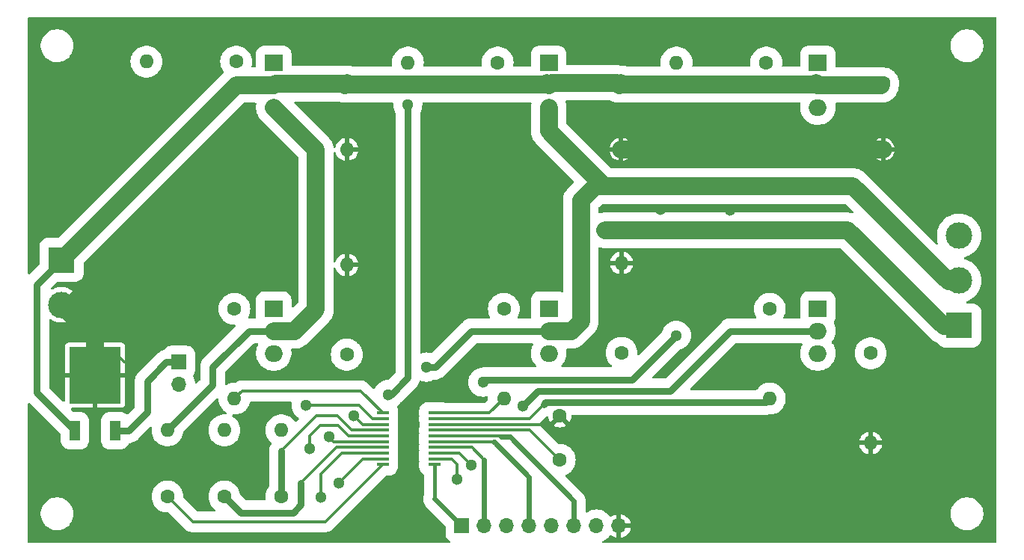
<source format=gbr>
%TF.GenerationSoftware,KiCad,Pcbnew,8.0.1*%
%TF.CreationDate,2024-05-23T13:32:17+02:00*%
%TF.ProjectId,BLDCdrv,424c4443-6472-4762-9e6b-696361645f70,2*%
%TF.SameCoordinates,PXb71b000PY69618a0*%
%TF.FileFunction,Copper,L1,Top*%
%TF.FilePolarity,Positive*%
%FSLAX46Y46*%
G04 Gerber Fmt 4.6, Leading zero omitted, Abs format (unit mm)*
G04 Created by KiCad (PCBNEW 8.0.1) date 2024-05-23 13:32:17*
%MOMM*%
%LPD*%
G01*
G04 APERTURE LIST*
%TA.AperFunction,ComponentPad*%
%ADD10C,1.600000*%
%TD*%
%TA.AperFunction,ComponentPad*%
%ADD11O,1.600000X1.600000*%
%TD*%
%TA.AperFunction,SMDPad,CuDef*%
%ADD12R,1.200000X2.200000*%
%TD*%
%TA.AperFunction,SMDPad,CuDef*%
%ADD13R,5.800000X6.400000*%
%TD*%
%TA.AperFunction,ComponentPad*%
%ADD14R,3.000000X3.000000*%
%TD*%
%TA.AperFunction,ComponentPad*%
%ADD15C,3.000000*%
%TD*%
%TA.AperFunction,ComponentPad*%
%ADD16R,2.000000X1.905000*%
%TD*%
%TA.AperFunction,ComponentPad*%
%ADD17O,2.000000X1.905000*%
%TD*%
%TA.AperFunction,SMDPad,CuDef*%
%ADD18R,1.475000X0.450000*%
%TD*%
%TA.AperFunction,ComponentPad*%
%ADD19R,1.700000X1.700000*%
%TD*%
%TA.AperFunction,ComponentPad*%
%ADD20O,1.700000X1.700000*%
%TD*%
%TA.AperFunction,ViaPad*%
%ADD21C,1.300000*%
%TD*%
%TA.AperFunction,Conductor*%
%ADD22C,0.600000*%
%TD*%
%TA.AperFunction,Conductor*%
%ADD23C,0.400000*%
%TD*%
%TA.AperFunction,Conductor*%
%ADD24C,0.350000*%
%TD*%
%TA.AperFunction,Conductor*%
%ADD25C,0.800000*%
%TD*%
%TA.AperFunction,Conductor*%
%ADD26C,2.000000*%
%TD*%
G04 APERTURE END LIST*
D10*
%TO.P,R1,1*%
%TO.N,Net-(Q1-Pad1)*%
X-81620000Y39500000D03*
D11*
%TO.P,R1,2*%
%TO.N,Net-(IC1-Pad19)*%
X-91780000Y39500000D03*
%TD*%
D10*
%TO.P,C7,1*%
%TO.N,Net-(C7-Pad1)*%
X-76500000Y-9750000D03*
D11*
%TO.P,C7,2*%
%TO.N,Net-(C7-Pad2)*%
X-76500000Y-2250000D03*
%TD*%
D10*
%TO.P,R8,1*%
%TO.N,Net-(Q6-Pad1)*%
X-21220000Y11500000D03*
D11*
%TO.P,R8,2*%
%TO.N,Net-(IC1-Pad9)*%
X-21220000Y1340000D03*
%TD*%
D12*
%TO.P,U1,1,VI*%
%TO.N,+BATT*%
X-99880000Y-2300000D03*
D13*
%TO.P,U1,2,GND*%
%TO.N,GNDREF*%
X-97600000Y4000000D03*
D12*
%TO.P,U1,3,VO*%
%TO.N,Net-(JP1-Pad1)*%
X-95320000Y-2300000D03*
%TD*%
D14*
%TO.P,J3,1,Pin_1*%
%TO.N,Net-(C5-Pad2)*%
X200000Y9620000D03*
D15*
%TO.P,J3,2,Pin_2*%
%TO.N,Net-(C6-Pad2)*%
X200000Y14700000D03*
%TO.P,J3,3,Pin_3*%
%TO.N,Net-(C7-Pad2)*%
X200000Y19780000D03*
%TD*%
D10*
%TO.P,C3,1*%
%TO.N,+BATT*%
X-38050000Y37050000D03*
D11*
%TO.P,C3,2*%
%TO.N,GNDREF*%
X-38050000Y29550000D03*
%TD*%
D10*
%TO.P,R7,1*%
%TO.N,Net-(Q5-Pad1)*%
X-21620000Y39400000D03*
D11*
%TO.P,R7,2*%
%TO.N,Net-(IC1-Pad13)*%
X-31780000Y39400000D03*
%TD*%
D10*
%TO.P,R3,1*%
%TO.N,Net-(Q2-Pad3)*%
X-69100000Y6320000D03*
D11*
%TO.P,R3,2*%
%TO.N,GNDREF*%
X-69100000Y16480000D03*
%TD*%
D10*
%TO.P,C6,1*%
%TO.N,Net-(C6-Pad1)*%
X-82950000Y-9750000D03*
D11*
%TO.P,C6,2*%
%TO.N,Net-(C6-Pad2)*%
X-82950000Y-2250000D03*
%TD*%
D10*
%TO.P,R6,1*%
%TO.N,Net-(Q4-Pad3)*%
X-38000000Y6520000D03*
D11*
%TO.P,R6,2*%
%TO.N,GNDREF*%
X-38000000Y16680000D03*
%TD*%
D10*
%TO.P,R4,1*%
%TO.N,Net-(Q3-Pad1)*%
X-52020000Y39400000D03*
D11*
%TO.P,R4,2*%
%TO.N,Net-(IC1-Pad16)*%
X-62180000Y39400000D03*
%TD*%
D16*
%TO.P,Q4,1,G*%
%TO.N,Net-(Q4-Pad1)*%
X-46245000Y11540000D03*
D17*
%TO.P,Q4,2,D*%
%TO.N,Net-(C6-Pad2)*%
X-46245000Y9000000D03*
%TO.P,Q4,3,S*%
%TO.N,Net-(Q4-Pad3)*%
X-46245000Y6460000D03*
%TD*%
D14*
%TO.P,J1,1,Pin_1*%
%TO.N,+BATT*%
X-101400000Y17040000D03*
D15*
%TO.P,J1,2,Pin_2*%
%TO.N,GNDREF*%
X-101400000Y11960000D03*
%TD*%
D18*
%TO.P,IC1,1,INHA*%
%TO.N,Net-(IC1-Pad1)*%
X-59162000Y-6125000D03*
%TO.P,IC1,2,INHB*%
%TO.N,Net-(IC1-Pad2)*%
X-59162000Y-5475000D03*
%TO.P,IC1,3,INHC*%
%TO.N,Net-(IC1-Pad3)*%
X-59162000Y-4825000D03*
%TO.P,IC1,4,INLA*%
%TO.N,Net-(IC1-Pad4)*%
X-59162000Y-4175000D03*
%TO.P,IC1,5,INLB*%
%TO.N,Net-(IC1-Pad5)*%
X-59162000Y-3525000D03*
%TO.P,IC1,6,INLC*%
%TO.N,Net-(IC1-Pad6)*%
X-59162000Y-2875000D03*
%TO.P,IC1,7,GVDD*%
%TO.N,Net-(C1-Pad1)*%
X-59162000Y-2225000D03*
%TO.P,IC1,8,GND*%
%TO.N,GNDREF*%
X-59162000Y-1575000D03*
%TO.P,IC1,9,GLC*%
%TO.N,Net-(IC1-Pad9)*%
X-59162000Y-925000D03*
%TO.P,IC1,10,GLB*%
%TO.N,Net-(IC1-Pad10)*%
X-59162000Y-275000D03*
%TO.P,IC1,11,GLA*%
%TO.N,Net-(IC1-Pad11)*%
X-65038000Y-275000D03*
%TO.P,IC1,12,SHC*%
%TO.N,Net-(C7-Pad2)*%
X-65038000Y-925000D03*
%TO.P,IC1,13,GHC*%
%TO.N,Net-(IC1-Pad13)*%
X-65038000Y-1575000D03*
%TO.P,IC1,14,BSTC*%
%TO.N,Net-(C7-Pad1)*%
X-65038000Y-2225000D03*
%TO.P,IC1,15,SHB*%
%TO.N,Net-(C6-Pad2)*%
X-65038000Y-2875000D03*
%TO.P,IC1,16,GHB*%
%TO.N,Net-(IC1-Pad16)*%
X-65038000Y-3525000D03*
%TO.P,IC1,17,BSTB*%
%TO.N,Net-(C6-Pad1)*%
X-65038000Y-4175000D03*
%TO.P,IC1,18,SHA*%
%TO.N,Net-(C5-Pad2)*%
X-65038000Y-4825000D03*
%TO.P,IC1,19,GHA*%
%TO.N,Net-(IC1-Pad19)*%
X-65038000Y-5475000D03*
%TO.P,IC1,20,BSTA*%
%TO.N,Net-(C5-Pad1)*%
X-65038000Y-6125000D03*
%TD*%
D16*
%TO.P,Q2,1,G*%
%TO.N,Net-(Q2-Pad1)*%
X-77375000Y11540000D03*
D17*
%TO.P,Q2,2,D*%
%TO.N,Net-(C5-Pad2)*%
X-77375000Y9000000D03*
%TO.P,Q2,3,S*%
%TO.N,Net-(Q2-Pad3)*%
X-77375000Y6460000D03*
%TD*%
D16*
%TO.P,Q6,1,G*%
%TO.N,Net-(Q6-Pad1)*%
X-15780000Y11540000D03*
D17*
%TO.P,Q6,2,D*%
%TO.N,Net-(C7-Pad2)*%
X-15780000Y9000000D03*
%TO.P,Q6,3,S*%
%TO.N,Net-(Q6-Pad3)*%
X-15780000Y6460000D03*
%TD*%
D10*
%TO.P,C2,1*%
%TO.N,+BATT*%
X-69100000Y37050000D03*
D11*
%TO.P,C2,2*%
%TO.N,GNDREF*%
X-69100000Y29550000D03*
%TD*%
D16*
%TO.P,Q5,1,G*%
%TO.N,Net-(Q5-Pad1)*%
X-15780000Y39380000D03*
D17*
%TO.P,Q5,2,D*%
%TO.N,+BATT*%
X-15780000Y36840000D03*
%TO.P,Q5,3,S*%
%TO.N,Net-(C7-Pad2)*%
X-15780000Y34300000D03*
%TD*%
D10*
%TO.P,C4,1*%
%TO.N,+BATT*%
X-8400000Y37050000D03*
D11*
%TO.P,C4,2*%
%TO.N,GNDREF*%
X-8400000Y29550000D03*
%TD*%
D10*
%TO.P,C1,1*%
%TO.N,Net-(C1-Pad1)*%
X-45000000Y-5600000D03*
%TO.P,C1,2*%
%TO.N,GNDREF*%
X-45000000Y-600000D03*
%TD*%
D16*
%TO.P,Q1,1,G*%
%TO.N,Net-(Q1-Pad1)*%
X-77375000Y39380000D03*
D17*
%TO.P,Q1,2,D*%
%TO.N,+BATT*%
X-77375000Y36840000D03*
%TO.P,Q1,3,S*%
%TO.N,Net-(C5-Pad2)*%
X-77375000Y34300000D03*
%TD*%
D19*
%TO.P,JP1,1,A*%
%TO.N,Net-(JP1-Pad1)*%
X-88100000Y5475000D03*
D20*
%TO.P,JP1,2,B*%
%TO.N,Net-(C1-Pad1)*%
X-88100000Y2935000D03*
%TD*%
D10*
%TO.P,R9,1*%
%TO.N,Net-(Q6-Pad3)*%
X-9800000Y6480000D03*
D11*
%TO.P,R9,2*%
%TO.N,GNDREF*%
X-9800000Y-3680000D03*
%TD*%
D16*
%TO.P,Q3,1,G*%
%TO.N,Net-(Q3-Pad1)*%
X-46245000Y39380000D03*
D17*
%TO.P,Q3,2,D*%
%TO.N,+BATT*%
X-46245000Y36840000D03*
%TO.P,Q3,3,S*%
%TO.N,Net-(C6-Pad2)*%
X-46245000Y34300000D03*
%TD*%
D10*
%TO.P,R2,1*%
%TO.N,Net-(Q2-Pad1)*%
X-81820000Y11500000D03*
D11*
%TO.P,R2,2*%
%TO.N,Net-(IC1-Pad11)*%
X-81820000Y1340000D03*
%TD*%
D10*
%TO.P,R5,1*%
%TO.N,Net-(Q4-Pad1)*%
X-51320000Y11500000D03*
D11*
%TO.P,R5,2*%
%TO.N,Net-(IC1-Pad10)*%
X-51320000Y1340000D03*
%TD*%
D10*
%TO.P,C5,1*%
%TO.N,Net-(C5-Pad1)*%
X-89400000Y-9750000D03*
D11*
%TO.P,C5,2*%
%TO.N,Net-(C5-Pad2)*%
X-89400000Y-2250000D03*
%TD*%
D19*
%TO.P,J2,1,Pin_1*%
%TO.N,Net-(IC1-Pad1)*%
X-56075000Y-13075000D03*
D20*
%TO.P,J2,2,Pin_2*%
%TO.N,Net-(IC1-Pad4)*%
X-53535000Y-13075000D03*
%TO.P,J2,3,Pin_3*%
%TO.N,Net-(IC1-Pad2)*%
X-50995000Y-13075000D03*
%TO.P,J2,4,Pin_4*%
%TO.N,Net-(IC1-Pad5)*%
X-48455000Y-13075000D03*
%TO.P,J2,5,Pin_5*%
%TO.N,Net-(IC1-Pad3)*%
X-45915000Y-13075000D03*
%TO.P,J2,6,Pin_6*%
%TO.N,Net-(IC1-Pad6)*%
X-43375000Y-13075000D03*
%TO.P,J2,7,Pin_7*%
%TO.N,Net-(C1-Pad1)*%
X-40835000Y-13075000D03*
%TO.P,J2,8,Pin_8*%
%TO.N,GNDREF*%
X-38295000Y-13075000D03*
%TD*%
D21*
%TO.N,Net-(IC1-Pad2)*%
X-56600000Y-7800000D03*
%TO.N,Net-(IC1-Pad3)*%
X-55000000Y-6200000D03*
%TO.N,Net-(IC1-Pad13)*%
X-53700000Y3200000D03*
X-68300000Y-600000D03*
X-31800000Y8500000D03*
%TO.N,Net-(IC1-Pad16)*%
X-62200000Y34600000D03*
X-71100000Y-3000000D03*
X-64400000Y1800000D03*
%TO.N,Net-(IC1-Pad19)*%
X-70000000Y-8200000D03*
%TO.N,GNDREF*%
X-33600000Y22800000D03*
X-56700000Y31800000D03*
X-88200000Y12100000D03*
X-56700000Y24600000D03*
X-25700000Y22700000D03*
X-56700000Y13000000D03*
%TO.N,Net-(C5-Pad2)*%
X-39900000Y20400000D03*
X-72000000Y-9800000D03*
%TO.N,Net-(C6-Pad2)*%
X-60100000Y4900000D03*
X-73300000Y-4300000D03*
%TO.N,Net-(C7-Pad2)*%
X-49200000Y500000D03*
X-73700000Y600000D03*
%TD*%
D22*
%TO.N,Net-(IC1-Pad1)*%
X-59162000Y-9988000D02*
X-56075000Y-13075000D01*
D23*
X-59162000Y-6125000D02*
X-59162000Y-9988000D01*
D24*
%TO.N,Net-(IC1-Pad2)*%
X-56600000Y-7800000D02*
X-56600000Y-6100000D01*
X-56600000Y-6100000D02*
X-57225000Y-5475000D01*
X-57225000Y-5475000D02*
X-59162000Y-5475000D01*
%TO.N,Net-(IC1-Pad3)*%
X-56375000Y-4825000D02*
X-59162000Y-4825000D01*
X-55000000Y-6200000D02*
X-56375000Y-4825000D01*
D22*
%TO.N,Net-(IC1-Pad4)*%
X-53535000Y-5565000D02*
X-53535000Y-13075000D01*
D24*
X-59162000Y-4175000D02*
X-54925000Y-4175000D01*
X-54925000Y-4175000D02*
X-53535000Y-5565000D01*
%TO.N,Net-(IC1-Pad5)*%
X-59162000Y-3525000D02*
X-52575000Y-3525000D01*
D22*
X-48455000Y-7545000D02*
X-48455000Y-13075000D01*
X-52500000Y-3600000D02*
X-52400000Y-3600000D01*
X-52400000Y-3600000D02*
X-48455000Y-7545000D01*
D24*
%TO.N,Net-(IC1-Pad6)*%
X-51600000Y-3000000D02*
X-51749520Y-2850480D01*
X-51749520Y-2850480D02*
X-59137480Y-2850480D01*
X-59137480Y-2850480D02*
X-59162000Y-2875000D01*
D22*
X-51600000Y-3000000D02*
X-50600000Y-3000000D01*
X-43375000Y-10225000D02*
X-43375000Y-13075000D01*
X-50600000Y-3000000D02*
X-43375000Y-10225000D01*
D25*
%TO.N,Net-(IC1-Pad9)*%
X-21220000Y1340000D02*
X-21660000Y900000D01*
D24*
X-48425000Y-925000D02*
X-59162000Y-925000D01*
D25*
X-21660000Y900000D02*
X-46600000Y900000D01*
D24*
X-46800000Y700000D02*
X-48425000Y-925000D01*
D25*
X-46600000Y900000D02*
X-46800000Y700000D01*
D24*
%TO.N,Net-(IC1-Pad10)*%
X-52960000Y-300000D02*
X-51320000Y1340000D01*
X-59162000Y-275000D02*
X-59137000Y-300000D01*
X-59137000Y-300000D02*
X-52960000Y-300000D01*
%TO.N,Net-(IC1-Pad11)*%
X-81820000Y1340000D02*
X-80960000Y2200000D01*
X-67513000Y2200000D02*
X-65038000Y-275000D01*
X-80960000Y2200000D02*
X-67513000Y2200000D01*
%TO.N,Net-(IC1-Pad13)*%
X-65038000Y-1575000D02*
X-67325000Y-1575000D01*
D25*
X-31800000Y8500000D02*
X-36800000Y3500000D01*
D24*
X-67325000Y-1575000D02*
X-68300000Y-600000D01*
D25*
X-53400000Y3500000D02*
X-53700000Y3200000D01*
X-36800000Y3500000D02*
X-53400000Y3500000D01*
%TO.N,Net-(IC1-Pad16)*%
X-64100000Y1800000D02*
X-62200000Y3700000D01*
D24*
X-71100000Y-3000000D02*
X-70575000Y-3525000D01*
D25*
X-62200000Y3700000D02*
X-62200000Y34600000D01*
X-64400000Y1800000D02*
X-64100000Y1800000D01*
D24*
X-70575000Y-3525000D02*
X-65038000Y-3525000D01*
%TO.N,Net-(IC1-Pad19)*%
X-70000000Y-8200000D02*
X-67275000Y-5475000D01*
X-67275000Y-5475000D02*
X-65038000Y-5475000D01*
%TO.N,Net-(C1-Pad1)*%
X-48375000Y-2225000D02*
X-59162000Y-2225000D01*
X-45000000Y-5600000D02*
X-48375000Y-2225000D01*
%TO.N,Net-(C5-Pad1)*%
X-65038000Y-6125000D02*
X-71513000Y-12600000D01*
X-71513000Y-12600000D02*
X-86550000Y-12600000D01*
X-86550000Y-12600000D02*
X-89400000Y-9750000D01*
%TO.N,GNDREF*%
X-94295000Y5475000D02*
X-94700000Y5880000D01*
D26*
X-38050000Y29550000D02*
X-8400000Y29550000D01*
D24*
X-88200000Y12100000D02*
X-88225000Y12075000D01*
D26*
X-101285000Y12075000D02*
X-101400000Y11960000D01*
X-101400000Y11960000D02*
X-97600000Y8160000D01*
D24*
X-45000000Y-600000D02*
X-45975000Y-1575000D01*
D26*
X-88225000Y12075000D02*
X-101285000Y12075000D01*
X-97600000Y8160000D02*
X-97600000Y4000000D01*
D24*
X-45975000Y-1575000D02*
X-59162000Y-1575000D01*
D26*
%TO.N,+BATT*%
X-46245000Y36840000D02*
X-45985000Y37100000D01*
X-81600000Y36840000D02*
X-101285000Y17155000D01*
D25*
X-104200000Y2020000D02*
X-99880000Y-2300000D01*
D26*
X-77215000Y37000000D02*
X-69470000Y37000000D01*
X-38050000Y37050000D02*
X-37900000Y36900000D01*
X-16140000Y36900000D02*
X-15990000Y37050000D01*
D24*
X-15990000Y37050000D02*
X-15780000Y36840000D01*
D26*
X-69100000Y37050000D02*
X-68950000Y36900000D01*
D25*
X-104200000Y14240000D02*
X-104200000Y2020000D01*
D26*
X-37900000Y36900000D02*
X-16140000Y36900000D01*
D24*
X-38260000Y36840000D02*
X-38050000Y37050000D01*
D26*
X-45985000Y37100000D02*
X-38520000Y37100000D01*
X-38520000Y37100000D02*
X-38260000Y36840000D01*
D24*
X-101285000Y17155000D02*
X-102465000Y17155000D01*
D26*
X-46605000Y36900000D02*
X-46455000Y37050000D01*
X-68950000Y36900000D02*
X-46605000Y36900000D01*
X-77375000Y36840000D02*
X-81600000Y36840000D01*
X-15780000Y36840000D02*
X-8610000Y36840000D01*
D24*
X-46455000Y37050000D02*
X-46245000Y36840000D01*
X-8610000Y36840000D02*
X-8400000Y37050000D01*
D25*
X-101285000Y17155000D02*
X-104200000Y14240000D01*
D26*
X-77375000Y36840000D02*
X-77215000Y37000000D01*
D24*
X-69310000Y36840000D02*
X-69100000Y37050000D01*
D26*
X-69470000Y37000000D02*
X-69310000Y36840000D01*
D24*
%TO.N,Net-(C5-Pad2)*%
X-72000000Y-7200000D02*
X-69625000Y-4825000D01*
D25*
X-84300000Y4900000D02*
X-80200000Y9000000D01*
D24*
X-72000000Y-9800000D02*
X-72000000Y-7200000D01*
X-69625000Y-4825000D02*
X-65038000Y-4825000D01*
D26*
X-77375000Y34300000D02*
X-72600000Y29525000D01*
D25*
X-84300000Y2850000D02*
X-84300000Y4900000D01*
D26*
X-72600000Y29525000D02*
X-72600000Y11400000D01*
D25*
X-80200000Y9000000D02*
X-77375000Y9000000D01*
X-89400000Y-2250000D02*
X-84300000Y2850000D01*
D26*
X-39900000Y20400000D02*
X-12400000Y20400000D01*
X-72600000Y11400000D02*
X-75000000Y9000000D01*
X-75000000Y9000000D02*
X-77375000Y9000000D01*
X-1535000Y9535000D02*
X115000Y9535000D01*
X-12400000Y20400000D02*
X-1535000Y9535000D01*
D25*
%TO.N,Net-(C6-Pad1)*%
X-74300000Y-8200000D02*
X-74300000Y-10700000D01*
X-75200000Y-11600000D02*
X-75600000Y-11600000D01*
D24*
X-65038000Y-4175000D02*
X-70275000Y-4175000D01*
D25*
X-74300000Y-10700000D02*
X-75200000Y-11600000D01*
D24*
X-70275000Y-4175000D02*
X-74300000Y-8200000D01*
D25*
X-81100000Y-11600000D02*
X-82950000Y-9750000D01*
X-75600000Y-11600000D02*
X-81100000Y-11600000D01*
D26*
%TO.N,Net-(C6-Pad2)*%
X-1015000Y14615000D02*
X-11800000Y25400000D01*
X115000Y14615000D02*
X-1015000Y14615000D01*
D25*
X-59100000Y4900000D02*
X-55000000Y9000000D01*
D26*
X-40000000Y25400000D02*
X-37600000Y25400000D01*
X-42600000Y23800000D02*
X-41000000Y25400000D01*
X-46245000Y9000000D02*
X-43700000Y9000000D01*
X-40000000Y25400000D02*
X-46245000Y31645000D01*
D24*
X-68925000Y-2875000D02*
X-65038000Y-2875000D01*
D26*
X-46245000Y31645000D02*
X-46245000Y34300000D01*
X-41000000Y25400000D02*
X-40000000Y25400000D01*
X-42600000Y10100000D02*
X-42600000Y23800000D01*
D24*
X-70100000Y-1700000D02*
X-68925000Y-2875000D01*
D25*
X-55000000Y9000000D02*
X-46245000Y9000000D01*
D24*
X-73300000Y-4300000D02*
X-73300000Y-2900000D01*
D26*
X-11800000Y25400000D02*
X-37600000Y25400000D01*
D24*
X-73300000Y-2900000D02*
X-72100000Y-1700000D01*
X-72100000Y-1700000D02*
X-70100000Y-1700000D01*
D25*
X-60100000Y4900000D02*
X-59100000Y4900000D01*
D26*
X-43700000Y9000000D02*
X-42600000Y10100000D01*
D24*
%TO.N,Net-(C7-Pad1)*%
X-65038000Y-2225000D02*
X-68575000Y-2225000D01*
X-68575000Y-2225000D02*
X-70200000Y-600000D01*
X-70200000Y-600000D02*
X-72500000Y-600000D01*
D25*
X-76500000Y-4600000D02*
X-76500000Y-9750000D01*
D24*
X-72500000Y-600000D02*
X-76500000Y-4600000D01*
%TO.N,Net-(C7-Pad2)*%
X-66175000Y-925000D02*
X-65038000Y-925000D01*
D25*
X-47500000Y2200000D02*
X-32500000Y2200000D01*
X-32500000Y2200000D02*
X-25700000Y9000000D01*
X-25700000Y9000000D02*
X-15780000Y9000000D01*
D24*
X-67700000Y600000D02*
X-66175000Y-925000D01*
D25*
X-49200000Y500000D02*
X-47500000Y2200000D01*
D24*
X-73700000Y600000D02*
X-67700000Y600000D01*
D25*
%TO.N,Net-(JP1-Pad1)*%
X-89525000Y5475000D02*
X-88100000Y5475000D01*
X-95320000Y-2300000D02*
X-93800000Y-2300000D01*
X-91700000Y3300000D02*
X-89525000Y5475000D01*
X-91700000Y-200000D02*
X-91700000Y3300000D01*
X-93800000Y-2300000D02*
X-91700000Y-200000D01*
%TD*%
%TA.AperFunction,Conductor*%
%TO.N,GNDREF*%
G36*
X-79397166Y34819498D02*
G01*
X-79350673Y34765842D01*
X-79340569Y34695568D01*
X-79341072Y34692636D01*
X-79375499Y34431124D01*
X-79375500Y34431097D01*
X-79375500Y34168904D01*
X-79375499Y34168877D01*
X-79341273Y33908892D01*
X-79273400Y33655586D01*
X-79273399Y33655584D01*
X-79273398Y33655581D01*
X-79173043Y33413303D01*
X-79173042Y33413302D01*
X-79173037Y33413291D01*
X-79041927Y33186202D01*
X-78882283Y32978149D01*
X-78882274Y32978139D01*
X-74637405Y28733271D01*
X-74603379Y28670959D01*
X-74600500Y28644176D01*
X-74600500Y12280826D01*
X-74620502Y12212705D01*
X-74637405Y12191731D01*
X-75159406Y11669730D01*
X-75221718Y11635704D01*
X-75292533Y11640769D01*
X-75349369Y11683316D01*
X-75374180Y11749836D01*
X-75374501Y11758825D01*
X-75374501Y12550528D01*
X-75374501Y12550531D01*
X-75374501Y12550536D01*
X-75385114Y12669913D01*
X-75385113Y12669913D01*
X-75387532Y12678367D01*
X-75441091Y12865549D01*
X-75535302Y13045907D01*
X-75663891Y13203609D01*
X-75821593Y13332198D01*
X-75821595Y13332199D01*
X-75821596Y13332200D01*
X-76001949Y13426408D01*
X-76001950Y13426409D01*
X-76001951Y13426409D01*
X-76197582Y13482386D01*
X-76316963Y13493000D01*
X-76316968Y13493000D01*
X-78433028Y13493000D01*
X-78433038Y13492999D01*
X-78552412Y13482387D01*
X-78552415Y13482387D01*
X-78552418Y13482386D01*
X-78748049Y13426409D01*
X-78748052Y13426408D01*
X-78928405Y13332200D01*
X-79086109Y13203609D01*
X-79214700Y13045905D01*
X-79308908Y12865552D01*
X-79308909Y12865550D01*
X-79308909Y12865549D01*
X-79364886Y12669918D01*
X-79372472Y12584587D01*
X-79375500Y12550535D01*
X-79375500Y12550531D01*
X-79375499Y10526671D01*
X-79377021Y10526671D01*
X-79392425Y10463407D01*
X-79443850Y10414458D01*
X-79501491Y10400500D01*
X-80084561Y10400500D01*
X-80084585Y10400501D01*
X-80089778Y10400501D01*
X-80157519Y10400501D01*
X-80225640Y10420503D01*
X-80272133Y10474159D01*
X-80282237Y10544433D01*
X-80266638Y10589501D01*
X-80193259Y10716598D01*
X-80193257Y10716602D01*
X-80094666Y10967805D01*
X-80034617Y11230897D01*
X-80014451Y11500000D01*
X-80034617Y11769103D01*
X-80094666Y12032195D01*
X-80193257Y12283398D01*
X-80193258Y12283399D01*
X-80193259Y12283403D01*
X-80328183Y12517099D01*
X-80354842Y12550528D01*
X-80496439Y12728085D01*
X-80694259Y12911635D01*
X-80694266Y12911640D01*
X-80917223Y13063650D01*
X-80917231Y13063655D01*
X-81160350Y13180735D01*
X-81160368Y13180742D01*
X-81418218Y13260278D01*
X-81418226Y13260280D01*
X-81418228Y13260280D01*
X-81685071Y13300500D01*
X-81954929Y13300500D01*
X-82221772Y13260280D01*
X-82221774Y13260280D01*
X-82221783Y13260278D01*
X-82479633Y13180742D01*
X-82479645Y13180737D01*
X-82722777Y13063650D01*
X-82722784Y13063646D01*
X-82945735Y12911640D01*
X-82945740Y12911636D01*
X-83143561Y12728086D01*
X-83311818Y12517099D01*
X-83446742Y12283403D01*
X-83446745Y12283395D01*
X-83545335Y12032194D01*
X-83605383Y11769107D01*
X-83625549Y11500000D01*
X-83605383Y11230894D01*
X-83545335Y10967807D01*
X-83446745Y10716606D01*
X-83446742Y10716598D01*
X-83311818Y10482902D01*
X-83311816Y10482899D01*
X-83311815Y10482898D01*
X-83143561Y10271915D01*
X-82945741Y10088365D01*
X-82945735Y10088361D01*
X-82722784Y9936355D01*
X-82722777Y9936351D01*
X-82722774Y9936349D01*
X-82479641Y9819262D01*
X-82479638Y9819262D01*
X-82479633Y9819259D01*
X-82221783Y9739723D01*
X-82221781Y9739723D01*
X-82221772Y9739720D01*
X-81954929Y9699500D01*
X-81954925Y9699500D01*
X-81785297Y9699500D01*
X-81717176Y9679498D01*
X-81670683Y9625842D01*
X-81660579Y9555568D01*
X-81690073Y9490988D01*
X-81696202Y9484405D01*
X-85212362Y5968245D01*
X-85212365Y5968242D01*
X-85290304Y5890304D01*
X-85368242Y5812366D01*
X-85488125Y5647362D01*
X-85488124Y5647361D01*
X-85497813Y5634026D01*
X-85597894Y5437608D01*
X-85597897Y5437602D01*
X-85666014Y5227956D01*
X-85666015Y5227953D01*
X-85666015Y5227951D01*
X-85693680Y5053283D01*
X-85700501Y5010220D01*
X-85700501Y4784586D01*
X-85700500Y4784561D01*
X-85700500Y3482298D01*
X-85720502Y3414177D01*
X-85737405Y3393202D01*
X-86046401Y3084207D01*
X-86108713Y3050182D01*
X-86179529Y3055247D01*
X-86236364Y3097794D01*
X-86261175Y3164312D01*
X-86263657Y3199026D01*
X-86319923Y3457678D01*
X-86412426Y3705689D01*
X-86415659Y3711610D01*
X-86490638Y3848923D01*
X-86505730Y3918297D01*
X-86480919Y3984818D01*
X-86477716Y3988918D01*
X-86410302Y4071593D01*
X-86316091Y4251951D01*
X-86260114Y4447582D01*
X-86249500Y4566963D01*
X-86249501Y6383036D01*
X-86260114Y6502418D01*
X-86316091Y6698049D01*
X-86410302Y6878407D01*
X-86538891Y7036109D01*
X-86696593Y7164698D01*
X-86696595Y7164699D01*
X-86696596Y7164700D01*
X-86876949Y7258908D01*
X-86876950Y7258909D01*
X-86876951Y7258909D01*
X-87072582Y7314886D01*
X-87191963Y7325500D01*
X-87191968Y7325500D01*
X-89008028Y7325500D01*
X-89008038Y7325499D01*
X-89127412Y7314887D01*
X-89127415Y7314887D01*
X-89127418Y7314886D01*
X-89323049Y7258909D01*
X-89323052Y7258908D01*
X-89503405Y7164700D01*
X-89661110Y7036109D01*
X-89785334Y6883760D01*
X-89843885Y6843606D01*
X-89852329Y6841218D01*
X-90012722Y6789103D01*
X-90062602Y6772897D01*
X-90062608Y6772894D01*
X-90259026Y6672813D01*
X-90437366Y6543242D01*
X-90478189Y6502418D01*
X-90593242Y6387365D01*
X-90593245Y6387362D01*
X-92612362Y4368245D01*
X-92612365Y4368242D01*
X-92660713Y4319894D01*
X-92768242Y4212366D01*
X-92895210Y4037607D01*
X-92895212Y4037605D01*
X-92897812Y4034028D01*
X-92897814Y4034024D01*
X-92997894Y3837608D01*
X-92997897Y3837602D01*
X-93066014Y3627956D01*
X-93066015Y3627953D01*
X-93066015Y3627951D01*
X-93099874Y3414177D01*
X-93100501Y3410220D01*
X-93100501Y3184586D01*
X-93100500Y3184561D01*
X-93100500Y432298D01*
X-93120502Y364177D01*
X-93137405Y343202D01*
X-93906698Y-426090D01*
X-93969010Y-460115D01*
X-94039826Y-455050D01*
X-94075416Y-434647D01*
X-94166593Y-360302D01*
X-94166595Y-360301D01*
X-94166596Y-360300D01*
X-94346949Y-266092D01*
X-94346950Y-266091D01*
X-94346951Y-266091D01*
X-94542582Y-210114D01*
X-94661963Y-199500D01*
X-94661968Y-199500D01*
X-95978028Y-199500D01*
X-95978038Y-199501D01*
X-96097412Y-210113D01*
X-96097415Y-210113D01*
X-96097418Y-210114D01*
X-96293049Y-266091D01*
X-96293052Y-266092D01*
X-96473405Y-360300D01*
X-96631109Y-488891D01*
X-96759700Y-646595D01*
X-96853908Y-826948D01*
X-96853909Y-826950D01*
X-96853909Y-826951D01*
X-96909886Y-1022582D01*
X-96909886Y-1022588D01*
X-96920500Y-1141965D01*
X-96920500Y-3458027D01*
X-96920499Y-3458034D01*
X-96920499Y-3458036D01*
X-96909886Y-3577418D01*
X-96853909Y-3773049D01*
X-96853908Y-3773051D01*
X-96769836Y-3934000D01*
X-96759698Y-3953407D01*
X-96631109Y-4111109D01*
X-96473407Y-4239698D01*
X-96293049Y-4333909D01*
X-96097418Y-4389886D01*
X-95978037Y-4400500D01*
X-94661964Y-4400499D01*
X-94542582Y-4389886D01*
X-94346951Y-4333909D01*
X-94166593Y-4239698D01*
X-94008891Y-4111109D01*
X-93880302Y-3953407D01*
X-93807300Y-3813651D01*
X-93783132Y-3767385D01*
X-93780602Y-3768706D01*
X-93744452Y-3722601D01*
X-93690926Y-3700682D01*
X-93689783Y-3700501D01*
X-93689778Y-3700501D01*
X-93472049Y-3666015D01*
X-93262394Y-3597895D01*
X-93065978Y-3497815D01*
X-93038822Y-3478085D01*
X-92887635Y-3368242D01*
X-92731758Y-3212365D01*
X-92724585Y-3205192D01*
X-92724574Y-3205178D01*
X-91399990Y-1880594D01*
X-91337680Y-1846570D01*
X-91266865Y-1851635D01*
X-91210029Y-1894182D01*
X-91185218Y-1960702D01*
X-91185249Y-1979107D01*
X-91205549Y-2249999D01*
X-91185383Y-2519106D01*
X-91125335Y-2782193D01*
X-91026745Y-3033394D01*
X-91026742Y-3033402D01*
X-90891818Y-3267098D01*
X-90891816Y-3267101D01*
X-90891815Y-3267102D01*
X-90723561Y-3478085D01*
X-90525741Y-3661635D01*
X-90525735Y-3661639D01*
X-90302784Y-3813645D01*
X-90302777Y-3813649D01*
X-90302774Y-3813651D01*
X-90059641Y-3930738D01*
X-90059638Y-3930738D01*
X-90059633Y-3930741D01*
X-89801783Y-4010277D01*
X-89801781Y-4010277D01*
X-89801772Y-4010280D01*
X-89534929Y-4050500D01*
X-89534925Y-4050500D01*
X-89265075Y-4050500D01*
X-89265071Y-4050500D01*
X-88998228Y-4010280D01*
X-88813840Y-3953404D01*
X-88740368Y-3930741D01*
X-88740366Y-3930739D01*
X-88740359Y-3930738D01*
X-88740354Y-3930735D01*
X-88740350Y-3930734D01*
X-88497231Y-3813654D01*
X-88497231Y-3813653D01*
X-88497225Y-3813651D01*
X-88274259Y-3661635D01*
X-88076439Y-3478085D01*
X-87908185Y-3267102D01*
X-87773257Y-3033398D01*
X-87674666Y-2782195D01*
X-87614617Y-2519103D01*
X-87612126Y-2485858D01*
X-87587090Y-2419422D01*
X-87575580Y-2406184D01*
X-83833976Y1335420D01*
X-83771666Y1369444D01*
X-83700851Y1364379D01*
X-83644015Y1321832D01*
X-83619235Y1255739D01*
X-83605383Y1070894D01*
X-83545335Y807807D01*
X-83446745Y556606D01*
X-83446742Y556598D01*
X-83311818Y322902D01*
X-83311816Y322899D01*
X-83311815Y322898D01*
X-83143561Y111915D01*
X-82945741Y-71635D01*
X-82945735Y-71639D01*
X-82727420Y-220484D01*
X-82682403Y-275384D01*
X-82674214Y-345907D01*
X-82705453Y-409662D01*
X-82766201Y-446407D01*
X-82810298Y-448810D01*
X-82810376Y-449852D01*
X-82815070Y-449500D01*
X-82815071Y-449500D01*
X-83084929Y-449500D01*
X-83351772Y-489720D01*
X-83351774Y-489720D01*
X-83351783Y-489722D01*
X-83609633Y-569258D01*
X-83609645Y-569263D01*
X-83852777Y-686350D01*
X-83852784Y-686354D01*
X-84075735Y-838360D01*
X-84075740Y-838364D01*
X-84273561Y-1021914D01*
X-84441818Y-1232901D01*
X-84576742Y-1466597D01*
X-84576745Y-1466605D01*
X-84675335Y-1717806D01*
X-84735383Y-1980893D01*
X-84755549Y-2250000D01*
X-84735383Y-2519106D01*
X-84675335Y-2782193D01*
X-84576745Y-3033394D01*
X-84576742Y-3033402D01*
X-84441818Y-3267098D01*
X-84441816Y-3267101D01*
X-84441815Y-3267102D01*
X-84273561Y-3478085D01*
X-84075741Y-3661635D01*
X-84075735Y-3661639D01*
X-83852784Y-3813645D01*
X-83852777Y-3813649D01*
X-83852774Y-3813651D01*
X-83609641Y-3930738D01*
X-83609638Y-3930738D01*
X-83609633Y-3930741D01*
X-83351783Y-4010277D01*
X-83351781Y-4010277D01*
X-83351772Y-4010280D01*
X-83084929Y-4050500D01*
X-83084925Y-4050500D01*
X-82815075Y-4050500D01*
X-82815071Y-4050500D01*
X-82548228Y-4010280D01*
X-82363840Y-3953404D01*
X-82290368Y-3930741D01*
X-82290366Y-3930739D01*
X-82290359Y-3930738D01*
X-82290354Y-3930735D01*
X-82290350Y-3930734D01*
X-82047231Y-3813654D01*
X-82047231Y-3813653D01*
X-82047225Y-3813651D01*
X-81824259Y-3661635D01*
X-81626439Y-3478085D01*
X-81458185Y-3267102D01*
X-81323257Y-3033398D01*
X-81224666Y-2782195D01*
X-81164617Y-2519103D01*
X-81144451Y-2250000D01*
X-81164617Y-1980897D01*
X-81224666Y-1717805D01*
X-81323257Y-1466602D01*
X-81323258Y-1466601D01*
X-81323259Y-1466597D01*
X-81458183Y-1232901D01*
X-81530697Y-1141972D01*
X-81626439Y-1021915D01*
X-81824259Y-838365D01*
X-81839459Y-828002D01*
X-82042581Y-689515D01*
X-82087597Y-634614D01*
X-82095786Y-564092D01*
X-82064547Y-500337D01*
X-82003799Y-463592D01*
X-81959703Y-461197D01*
X-81959624Y-460148D01*
X-81954930Y-460500D01*
X-81954929Y-460500D01*
X-81685075Y-460500D01*
X-81685071Y-460500D01*
X-81418228Y-420280D01*
X-81265413Y-373143D01*
X-81160368Y-340741D01*
X-81160366Y-340739D01*
X-81160359Y-340738D01*
X-81160354Y-340735D01*
X-81160350Y-340734D01*
X-80917231Y-223654D01*
X-80917231Y-223653D01*
X-80917225Y-223651D01*
X-80694259Y-71635D01*
X-80496439Y111915D01*
X-80328185Y322898D01*
X-80193257Y556602D01*
X-80094666Y807805D01*
X-80067566Y926538D01*
X-80032907Y988500D01*
X-79970251Y1021887D01*
X-79944725Y1024500D01*
X-75455317Y1024500D01*
X-75387196Y1004498D01*
X-75340703Y950842D01*
X-75330599Y880568D01*
X-75332798Y869089D01*
X-75335219Y859005D01*
X-75335221Y858996D01*
X-75345396Y729704D01*
X-75355604Y600000D01*
X-75335221Y341006D01*
X-75274573Y88390D01*
X-75175154Y-151628D01*
X-75119002Y-243260D01*
X-75039415Y-373136D01*
X-75039410Y-373143D01*
X-74870690Y-570689D01*
X-74675255Y-737606D01*
X-74673140Y-739412D01*
X-74579185Y-796987D01*
X-74531554Y-849635D01*
X-74519947Y-919676D01*
X-74548050Y-984874D01*
X-74555925Y-993515D01*
X-74814352Y-1251942D01*
X-74876664Y-1285968D01*
X-74947479Y-1280903D01*
X-75004315Y-1238356D01*
X-75007556Y-1233821D01*
X-75008184Y-1232900D01*
X-75008185Y-1232898D01*
X-75176439Y-1021915D01*
X-75374259Y-838365D01*
X-75374266Y-838360D01*
X-75597223Y-686350D01*
X-75597231Y-686345D01*
X-75840350Y-569265D01*
X-75840368Y-569258D01*
X-76098218Y-489722D01*
X-76098226Y-489720D01*
X-76098228Y-489720D01*
X-76365071Y-449500D01*
X-76634929Y-449500D01*
X-76901772Y-489720D01*
X-76901774Y-489720D01*
X-76901783Y-489722D01*
X-77159633Y-569258D01*
X-77159645Y-569263D01*
X-77402777Y-686350D01*
X-77402784Y-686354D01*
X-77625735Y-838360D01*
X-77625740Y-838364D01*
X-77823561Y-1021914D01*
X-77991818Y-1232901D01*
X-78126742Y-1466597D01*
X-78126745Y-1466605D01*
X-78225335Y-1717806D01*
X-78285383Y-1980893D01*
X-78305549Y-2250000D01*
X-78285383Y-2519106D01*
X-78225335Y-2782193D01*
X-78126745Y-3033394D01*
X-78126742Y-3033402D01*
X-77991818Y-3267098D01*
X-77991816Y-3267101D01*
X-77991815Y-3267102D01*
X-77823561Y-3478085D01*
X-77694436Y-3597895D01*
X-77662035Y-3627959D01*
X-77625704Y-3688956D01*
X-77628117Y-3759911D01*
X-77645800Y-3794383D01*
X-77697811Y-3865972D01*
X-77697816Y-3865979D01*
X-77797894Y-4062392D01*
X-77797897Y-4062398D01*
X-77838825Y-4188364D01*
X-77866015Y-4272049D01*
X-77900351Y-4488842D01*
X-77900500Y-4489781D01*
X-77900500Y-8574303D01*
X-77920502Y-8642424D01*
X-77927989Y-8652863D01*
X-77991818Y-8732901D01*
X-78126742Y-8966597D01*
X-78126745Y-8966605D01*
X-78225335Y-9217806D01*
X-78285383Y-9480893D01*
X-78285383Y-9480897D01*
X-78305549Y-9750000D01*
X-78285383Y-10019103D01*
X-78285383Y-10019106D01*
X-78285382Y-10019109D01*
X-78279367Y-10045464D01*
X-78283710Y-10116328D01*
X-78325676Y-10173594D01*
X-78391940Y-10199081D01*
X-78402208Y-10199500D01*
X-80467704Y-10199500D01*
X-80535825Y-10179498D01*
X-80556799Y-10162595D01*
X-81125574Y-9593820D01*
X-81159600Y-9531508D01*
X-81162126Y-9514143D01*
X-81164617Y-9480897D01*
X-81224666Y-9217805D01*
X-81323257Y-8966602D01*
X-81323258Y-8966601D01*
X-81323259Y-8966597D01*
X-81458183Y-8732901D01*
X-81626440Y-8521914D01*
X-81677798Y-8474261D01*
X-81824259Y-8338365D01*
X-81902993Y-8284685D01*
X-82047223Y-8186350D01*
X-82047231Y-8186345D01*
X-82290350Y-8069265D01*
X-82290368Y-8069258D01*
X-82548218Y-7989722D01*
X-82548226Y-7989720D01*
X-82548228Y-7989720D01*
X-82815071Y-7949500D01*
X-83084929Y-7949500D01*
X-83351772Y-7989720D01*
X-83351774Y-7989720D01*
X-83351783Y-7989722D01*
X-83609633Y-8069258D01*
X-83609645Y-8069263D01*
X-83852777Y-8186350D01*
X-83852784Y-8186354D01*
X-84075735Y-8338360D01*
X-84075740Y-8338364D01*
X-84273561Y-8521914D01*
X-84441818Y-8732901D01*
X-84576742Y-8966597D01*
X-84576745Y-8966605D01*
X-84675335Y-9217806D01*
X-84735383Y-9480893D01*
X-84755549Y-9750000D01*
X-84735383Y-10019106D01*
X-84675335Y-10282193D01*
X-84576745Y-10533394D01*
X-84576742Y-10533402D01*
X-84441818Y-10767098D01*
X-84441816Y-10767101D01*
X-84441815Y-10767102D01*
X-84273561Y-10978085D01*
X-84075741Y-11161635D01*
X-84037665Y-11187595D01*
X-84027692Y-11194394D01*
X-83982676Y-11249294D01*
X-83974487Y-11319817D01*
X-84005726Y-11383572D01*
X-84066474Y-11420317D01*
X-84098671Y-11424500D01*
X-86010902Y-11424500D01*
X-86079023Y-11404498D01*
X-86099997Y-11387595D01*
X-87563558Y-9924034D01*
X-87597584Y-9861722D01*
X-87600111Y-9825523D01*
X-87594451Y-9750000D01*
X-87614617Y-9480897D01*
X-87674666Y-9217805D01*
X-87773257Y-8966602D01*
X-87773258Y-8966601D01*
X-87773259Y-8966597D01*
X-87908183Y-8732901D01*
X-88076440Y-8521914D01*
X-88127798Y-8474261D01*
X-88274259Y-8338365D01*
X-88352993Y-8284685D01*
X-88497223Y-8186350D01*
X-88497231Y-8186345D01*
X-88740350Y-8069265D01*
X-88740368Y-8069258D01*
X-88998218Y-7989722D01*
X-88998226Y-7989720D01*
X-88998228Y-7989720D01*
X-89265071Y-7949500D01*
X-89534929Y-7949500D01*
X-89801772Y-7989720D01*
X-89801774Y-7989720D01*
X-89801783Y-7989722D01*
X-90059633Y-8069258D01*
X-90059645Y-8069263D01*
X-90302777Y-8186350D01*
X-90302784Y-8186354D01*
X-90525735Y-8338360D01*
X-90525740Y-8338364D01*
X-90723561Y-8521914D01*
X-90891818Y-8732901D01*
X-91026742Y-8966597D01*
X-91026745Y-8966605D01*
X-91125335Y-9217806D01*
X-91185383Y-9480893D01*
X-91205549Y-9750000D01*
X-91185383Y-10019106D01*
X-91125335Y-10282193D01*
X-91026745Y-10533394D01*
X-91026742Y-10533402D01*
X-90891818Y-10767098D01*
X-90891816Y-10767101D01*
X-90891815Y-10767102D01*
X-90723561Y-10978085D01*
X-90525741Y-11161635D01*
X-90525735Y-11161639D01*
X-90302784Y-11313645D01*
X-90302777Y-11313649D01*
X-90302774Y-11313651D01*
X-90059641Y-11430738D01*
X-90059638Y-11430738D01*
X-90059633Y-11430741D01*
X-89801783Y-11510277D01*
X-89801781Y-11510277D01*
X-89801772Y-11510280D01*
X-89534929Y-11550500D01*
X-89534925Y-11550500D01*
X-89314098Y-11550500D01*
X-89245977Y-11570502D01*
X-89225003Y-11587405D01*
X-87315792Y-13496617D01*
X-87315789Y-13496619D01*
X-87315786Y-13496622D01*
X-87166096Y-13605378D01*
X-87001236Y-13689379D01*
X-86825264Y-13746556D01*
X-86667501Y-13771542D01*
X-86642514Y-13775500D01*
X-86642513Y-13775500D01*
X-86642508Y-13775500D01*
X-71420489Y-13775500D01*
X-71420486Y-13775500D01*
X-71237736Y-13746555D01*
X-71061764Y-13689379D01*
X-70896904Y-13605378D01*
X-70747213Y-13496621D01*
X-64637997Y-7387403D01*
X-64575685Y-7353378D01*
X-64548902Y-7350499D01*
X-64242472Y-7350499D01*
X-64242464Y-7350499D01*
X-64123082Y-7339886D01*
X-63927451Y-7283909D01*
X-63747093Y-7189698D01*
X-63589391Y-7061109D01*
X-63460802Y-6903407D01*
X-63366591Y-6723049D01*
X-63310614Y-6527418D01*
X-63300000Y-6408037D01*
X-63300001Y-5841964D01*
X-63302740Y-5811159D01*
X-63302740Y-5788848D01*
X-63300000Y-5758037D01*
X-63300001Y-5191964D01*
X-63302740Y-5161159D01*
X-63302740Y-5138848D01*
X-63300000Y-5108037D01*
X-63300001Y-4541964D01*
X-63302740Y-4511159D01*
X-63302740Y-4488848D01*
X-63300000Y-4458037D01*
X-63300001Y-3891964D01*
X-63302740Y-3861159D01*
X-63302740Y-3838848D01*
X-63300000Y-3808037D01*
X-63300001Y-3241964D01*
X-63302740Y-3211159D01*
X-63302740Y-3188848D01*
X-63300000Y-3158037D01*
X-63300001Y-2591964D01*
X-63302740Y-2561159D01*
X-63302740Y-2538848D01*
X-63300000Y-2508037D01*
X-63300001Y-1941964D01*
X-63302740Y-1911159D01*
X-63302740Y-1888848D01*
X-63300000Y-1858037D01*
X-63300001Y-1291964D01*
X-63302740Y-1261159D01*
X-63302740Y-1238848D01*
X-63300000Y-1208037D01*
X-63300001Y-641964D01*
X-63302740Y-611159D01*
X-63302740Y-588848D01*
X-63300000Y-558037D01*
X-63300001Y8036D01*
X-63310614Y127418D01*
X-63366591Y323049D01*
X-63388395Y364790D01*
X-63402205Y434427D01*
X-63376174Y500479D01*
X-63358552Y518929D01*
X-63229311Y629311D01*
X-63060588Y826860D01*
X-63017821Y896653D01*
X-62999487Y919909D01*
X-61294822Y2624574D01*
X-61294808Y2624585D01*
X-61131763Y2787630D01*
X-61131758Y2787635D01*
X-61002185Y2965978D01*
X-60902105Y3162394D01*
X-60863079Y3282509D01*
X-60823006Y3341113D01*
X-60757610Y3368751D01*
X-60695028Y3359981D01*
X-60611610Y3325427D01*
X-60358994Y3264779D01*
X-60100000Y3244396D01*
X-59841006Y3264779D01*
X-59588390Y3325427D01*
X-59348372Y3424846D01*
X-59256847Y3480932D01*
X-59191013Y3499499D01*
X-58989780Y3499499D01*
X-58989778Y3499499D01*
X-58772049Y3533985D01*
X-58562394Y3602105D01*
X-58365978Y3702185D01*
X-58303333Y3747699D01*
X-58187635Y3831758D01*
X-58031758Y3987635D01*
X-58024585Y3994808D01*
X-58024574Y3994822D01*
X-54456799Y7562595D01*
X-54394487Y7596621D01*
X-54367704Y7599500D01*
X-48107978Y7599500D01*
X-48039857Y7579498D01*
X-47993364Y7525842D01*
X-47983260Y7455568D01*
X-47998859Y7410500D01*
X-48047844Y7325656D01*
X-48047849Y7325645D01*
X-48047850Y7325643D01*
X-48145822Y7089118D01*
X-48155716Y7052194D01*
X-48212085Y6841822D01*
X-48245500Y6588009D01*
X-48245500Y6331992D01*
X-48212085Y6078179D01*
X-48212084Y6078173D01*
X-48212083Y6078171D01*
X-48145822Y5830882D01*
X-48047850Y5594357D01*
X-48047849Y5594356D01*
X-48047844Y5594345D01*
X-47919847Y5372647D01*
X-47919842Y5372640D01*
X-47764001Y5169544D01*
X-47763982Y5169523D01*
X-47710054Y5115595D01*
X-47676028Y5053283D01*
X-47681093Y4982468D01*
X-47723640Y4925632D01*
X-47790160Y4900821D01*
X-47799149Y4900500D01*
X-53284561Y4900500D01*
X-53284585Y4900501D01*
X-53289778Y4900501D01*
X-53510222Y4900501D01*
X-53673519Y4874637D01*
X-53727952Y4866015D01*
X-53727959Y4866013D01*
X-53764991Y4853982D01*
X-53794034Y4848206D01*
X-53958984Y4835223D01*
X-53958995Y4835221D01*
X-54211611Y4774573D01*
X-54451630Y4675153D01*
X-54673137Y4539415D01*
X-54673144Y4539410D01*
X-54870690Y4370690D01*
X-55039410Y4173144D01*
X-55039415Y4173137D01*
X-55175153Y3951630D01*
X-55274573Y3711611D01*
X-55300863Y3602105D01*
X-55335221Y3458994D01*
X-55355604Y3200000D01*
X-55335221Y2941006D01*
X-55274573Y2688390D01*
X-55175154Y2448372D01*
X-55129676Y2374158D01*
X-55039415Y2226864D01*
X-55039410Y2226857D01*
X-54870690Y2029311D01*
X-54686729Y1872194D01*
X-54673140Y1860588D01*
X-54451628Y1724846D01*
X-54211610Y1625427D01*
X-53958994Y1564779D01*
X-53700000Y1544396D01*
X-53441006Y1564779D01*
X-53270585Y1605694D01*
X-53199679Y1602147D01*
X-53141945Y1560827D01*
X-53115715Y1494854D01*
X-53115526Y1473764D01*
X-53123722Y1364379D01*
X-53125549Y1340000D01*
X-53119890Y1264478D01*
X-53134746Y1195053D01*
X-53156442Y1165968D01*
X-53410003Y912405D01*
X-53472315Y878380D01*
X-53499099Y875500D01*
X-58006164Y875500D01*
X-58045069Y882983D01*
X-58045307Y882151D01*
X-58095979Y896650D01*
X-58247082Y939886D01*
X-58366463Y950500D01*
X-58366468Y950500D01*
X-59957528Y950500D01*
X-59957538Y950499D01*
X-60076912Y939887D01*
X-60076915Y939887D01*
X-60076918Y939886D01*
X-60272549Y883909D01*
X-60272552Y883908D01*
X-60452905Y789700D01*
X-60610609Y661109D01*
X-60739200Y503405D01*
X-60833408Y323052D01*
X-60833409Y323050D01*
X-60833409Y323049D01*
X-60889386Y127418D01*
X-60889386Y127412D01*
X-60900000Y8035D01*
X-60900000Y-558026D01*
X-60899999Y-558041D01*
X-60897261Y-588839D01*
X-60897261Y-611150D01*
X-60900000Y-641959D01*
X-60900000Y-1208027D01*
X-60899999Y-1208037D01*
X-60892538Y-1291971D01*
X-60889386Y-1327418D01*
X-60838296Y-1505968D01*
X-60833407Y-1523056D01*
X-60831327Y-1528263D01*
X-60824634Y-1598943D01*
X-60831327Y-1621737D01*
X-60833407Y-1626943D01*
X-60850620Y-1687100D01*
X-60889386Y-1822582D01*
X-60890384Y-1833813D01*
X-60900000Y-1941965D01*
X-60900000Y-2508026D01*
X-60899999Y-2508041D01*
X-60897261Y-2538839D01*
X-60897261Y-2561150D01*
X-60900000Y-2591959D01*
X-60900000Y-3158026D01*
X-60899999Y-3158041D01*
X-60897261Y-3188839D01*
X-60897261Y-3211150D01*
X-60900000Y-3241959D01*
X-60900000Y-3808026D01*
X-60899999Y-3808041D01*
X-60897261Y-3838839D01*
X-60897261Y-3861150D01*
X-60900000Y-3891959D01*
X-60900000Y-4458026D01*
X-60899999Y-4458041D01*
X-60897261Y-4488839D01*
X-60897261Y-4511150D01*
X-60900000Y-4541959D01*
X-60900000Y-5108026D01*
X-60899999Y-5108041D01*
X-60897261Y-5138839D01*
X-60897261Y-5161150D01*
X-60900000Y-5191959D01*
X-60900000Y-5758026D01*
X-60899999Y-5758041D01*
X-60897261Y-5788839D01*
X-60897261Y-5811150D01*
X-60900000Y-5841959D01*
X-60900000Y-6408027D01*
X-60899999Y-6408034D01*
X-60899999Y-6408036D01*
X-60889386Y-6527418D01*
X-60833409Y-6723049D01*
X-60833408Y-6723051D01*
X-60739879Y-6902105D01*
X-60739198Y-6903407D01*
X-60610609Y-7061109D01*
X-60452907Y-7189698D01*
X-60430163Y-7201578D01*
X-60379044Y-7250847D01*
X-60362500Y-7313260D01*
X-60362500Y-9454300D01*
X-60368667Y-9493233D01*
X-60384962Y-9543385D01*
X-60430477Y-9683462D01*
X-60437319Y-9726664D01*
X-60462500Y-9885648D01*
X-60462500Y-10090352D01*
X-60445279Y-10199081D01*
X-60430477Y-10292537D01*
X-60367220Y-10487219D01*
X-60274290Y-10669607D01*
X-60274287Y-10669611D01*
X-60153966Y-10835219D01*
X-60153964Y-10835221D01*
X-60153962Y-10835224D01*
X-57962405Y-13026780D01*
X-57928380Y-13089092D01*
X-57925500Y-13115875D01*
X-57925500Y-13983027D01*
X-57925499Y-13983036D01*
X-57914886Y-14102418D01*
X-57858909Y-14298049D01*
X-57858908Y-14298051D01*
X-57794162Y-14422002D01*
X-57764698Y-14478407D01*
X-57636109Y-14636109D01*
X-57478407Y-14764698D01*
X-57478405Y-14764699D01*
X-57426487Y-14791819D01*
X-57375369Y-14841087D01*
X-57359002Y-14910172D01*
X-57382583Y-14977138D01*
X-57438625Y-15020724D01*
X-57484825Y-15029500D01*
X-105068500Y-15029500D01*
X-105136621Y-15009498D01*
X-105183114Y-14955842D01*
X-105194500Y-14903500D01*
X-105194500Y-11821290D01*
X-103750500Y-11821290D01*
X-103718840Y-12061782D01*
X-103656056Y-12296095D01*
X-103656055Y-12296097D01*
X-103656054Y-12296100D01*
X-103563224Y-12520212D01*
X-103563223Y-12520213D01*
X-103563218Y-12520224D01*
X-103441939Y-12730285D01*
X-103441937Y-12730288D01*
X-103441936Y-12730289D01*
X-103294265Y-12922738D01*
X-103294261Y-12922742D01*
X-103294256Y-12922748D01*
X-103122749Y-13094255D01*
X-103122744Y-13094259D01*
X-103122738Y-13094265D01*
X-102930289Y-13241936D01*
X-102930286Y-13241938D01*
X-102720225Y-13363217D01*
X-102720221Y-13363218D01*
X-102720212Y-13363224D01*
X-102496100Y-13456054D01*
X-102261789Y-13518838D01*
X-102261785Y-13518838D01*
X-102261783Y-13518839D01*
X-102199798Y-13526999D01*
X-102021288Y-13550500D01*
X-102021281Y-13550500D01*
X-101778719Y-13550500D01*
X-101778712Y-13550500D01*
X-101561363Y-13521885D01*
X-101538218Y-13518839D01*
X-101538218Y-13518838D01*
X-101538211Y-13518838D01*
X-101303900Y-13456054D01*
X-101079788Y-13363224D01*
X-100869711Y-13241936D01*
X-100677262Y-13094265D01*
X-100505735Y-12922738D01*
X-100358064Y-12730289D01*
X-100236776Y-12520212D01*
X-100143946Y-12296100D01*
X-100081162Y-12061789D01*
X-100049500Y-11821288D01*
X-100049500Y-11578712D01*
X-100081162Y-11338211D01*
X-100143946Y-11103900D01*
X-100236776Y-10879788D01*
X-100236782Y-10879779D01*
X-100236783Y-10879775D01*
X-100358062Y-10669714D01*
X-100358144Y-10669607D01*
X-100505735Y-10477262D01*
X-100505741Y-10477256D01*
X-100505745Y-10477251D01*
X-100677252Y-10305744D01*
X-100677258Y-10305739D01*
X-100677262Y-10305735D01*
X-100869711Y-10158064D01*
X-100869712Y-10158063D01*
X-100869715Y-10158061D01*
X-101079776Y-10036782D01*
X-101079784Y-10036778D01*
X-101079788Y-10036776D01*
X-101303900Y-9943946D01*
X-101303903Y-9943945D01*
X-101303905Y-9943944D01*
X-101538218Y-9881160D01*
X-101778710Y-9849500D01*
X-101778712Y-9849500D01*
X-102021288Y-9849500D01*
X-102021291Y-9849500D01*
X-102261783Y-9881160D01*
X-102496096Y-9943944D01*
X-102496100Y-9943946D01*
X-102677552Y-10019106D01*
X-102720214Y-10036777D01*
X-102720225Y-10036782D01*
X-102930286Y-10158061D01*
X-103122738Y-10305735D01*
X-103122749Y-10305744D01*
X-103294256Y-10477251D01*
X-103294265Y-10477262D01*
X-103441939Y-10669714D01*
X-103563218Y-10879775D01*
X-103563223Y-10879786D01*
X-103656054Y-11103900D01*
X-103656056Y-11103904D01*
X-103718840Y-11338217D01*
X-103750500Y-11578709D01*
X-103750500Y-11821290D01*
X-105194500Y-11821290D01*
X-105194500Y729704D01*
X-105174498Y797825D01*
X-105120842Y844318D01*
X-105050568Y854422D01*
X-104985988Y824928D01*
X-104979405Y818799D01*
X-101517405Y-2643201D01*
X-101483379Y-2705513D01*
X-101480500Y-2732296D01*
X-101480500Y-3458027D01*
X-101480499Y-3458034D01*
X-101480499Y-3458036D01*
X-101469886Y-3577418D01*
X-101413909Y-3773049D01*
X-101413908Y-3773051D01*
X-101329836Y-3934000D01*
X-101319698Y-3953407D01*
X-101191109Y-4111109D01*
X-101033407Y-4239698D01*
X-100853049Y-4333909D01*
X-100657418Y-4389886D01*
X-100538037Y-4400500D01*
X-99221964Y-4400499D01*
X-99102582Y-4389886D01*
X-98906951Y-4333909D01*
X-98726593Y-4239698D01*
X-98568891Y-4111109D01*
X-98440302Y-3953407D01*
X-98346091Y-3773049D01*
X-98290114Y-3577418D01*
X-98279500Y-3458037D01*
X-98279501Y-1141964D01*
X-98290114Y-1022582D01*
X-98346091Y-826951D01*
X-98440302Y-646593D01*
X-98568891Y-488891D01*
X-98726593Y-360302D01*
X-98726595Y-360301D01*
X-98726596Y-360300D01*
X-98906949Y-266092D01*
X-98906950Y-266091D01*
X-98906951Y-266091D01*
X-99102582Y-210114D01*
X-99221963Y-199500D01*
X-99221966Y-199500D01*
X-99947704Y-199500D01*
X-100015825Y-179498D01*
X-100036799Y-162595D01*
X-100276299Y76905D01*
X-100310325Y139217D01*
X-100305260Y210032D01*
X-100262713Y266868D01*
X-100196193Y291679D01*
X-100187204Y292000D01*
X-97854000Y292000D01*
X-97854000Y3746000D01*
X-97346000Y3746000D01*
X-97346000Y292000D01*
X-94651415Y292000D01*
X-94651403Y292001D01*
X-94590907Y298506D01*
X-94454036Y349556D01*
X-94454035Y349556D01*
X-94337096Y437096D01*
X-94249556Y554035D01*
X-94249556Y554036D01*
X-94198506Y690907D01*
X-94192001Y751403D01*
X-94192000Y751415D01*
X-94192000Y3746000D01*
X-97346000Y3746000D01*
X-97854000Y3746000D01*
X-101008000Y3746000D01*
X-101008000Y1112796D01*
X-101028002Y1044675D01*
X-101081658Y998182D01*
X-101151932Y988078D01*
X-101216512Y1017572D01*
X-101223095Y1023701D01*
X-102762595Y2563201D01*
X-102796621Y2625513D01*
X-102799500Y2652296D01*
X-102799500Y4254000D01*
X-101008000Y4254000D01*
X-97854000Y4254000D01*
X-97854000Y7708000D01*
X-97346000Y7708000D01*
X-97346000Y4254000D01*
X-94192000Y4254000D01*
X-94192000Y7248586D01*
X-94192001Y7248598D01*
X-94198506Y7309094D01*
X-94249556Y7445965D01*
X-94249556Y7445966D01*
X-94337096Y7562905D01*
X-94454035Y7650445D01*
X-94590907Y7701495D01*
X-94651403Y7708000D01*
X-97346000Y7708000D01*
X-97854000Y7708000D01*
X-100548598Y7708000D01*
X-100609094Y7701495D01*
X-100745965Y7650445D01*
X-100745966Y7650445D01*
X-100862905Y7562905D01*
X-100950445Y7445966D01*
X-100950445Y7445965D01*
X-101001495Y7309094D01*
X-101008000Y7248598D01*
X-101008000Y4254000D01*
X-102799500Y4254000D01*
X-102799500Y10245046D01*
X-102779498Y10313167D01*
X-102725842Y10359660D01*
X-102655568Y10369764D01*
X-102593982Y10342785D01*
X-102560676Y10315688D01*
X-102325970Y10172962D01*
X-102074011Y10063520D01*
X-101809491Y9989405D01*
X-101537365Y9952001D01*
X-101537351Y9952000D01*
X-101262649Y9952000D01*
X-101262636Y9952001D01*
X-100990510Y9989405D01*
X-100725990Y10063520D01*
X-100474031Y10172962D01*
X-100239321Y10315691D01*
X-100170717Y10371507D01*
X-100170717Y10371508D01*
X-101072321Y11273112D01*
X-101040005Y11286497D01*
X-100915528Y11369670D01*
X-100809670Y11475528D01*
X-100726497Y11600005D01*
X-100713112Y11632322D01*
X-99810543Y10729753D01*
X-99680318Y10914238D01*
X-99680315Y10914244D01*
X-99553939Y11158135D01*
X-99461945Y11416981D01*
X-99461943Y11416989D01*
X-99406054Y11685946D01*
X-99406053Y11685952D01*
X-99387308Y11959996D01*
X-99387308Y11960005D01*
X-99406053Y12234049D01*
X-99406054Y12234055D01*
X-99461943Y12503012D01*
X-99461945Y12503020D01*
X-99553939Y12761866D01*
X-99680315Y13005757D01*
X-99680319Y13005763D01*
X-99810543Y13190250D01*
X-100713112Y12287681D01*
X-100726497Y12319995D01*
X-100809670Y12444472D01*
X-100915528Y12550330D01*
X-101040005Y12633503D01*
X-101072323Y12646890D01*
X-100170717Y13548495D01*
X-100170717Y13548496D01*
X-100239320Y13604309D01*
X-100474031Y13747039D01*
X-100725990Y13856481D01*
X-100990510Y13930596D01*
X-101262636Y13968000D01*
X-101537365Y13968000D01*
X-101809491Y13930596D01*
X-102074011Y13856481D01*
X-102325968Y13747040D01*
X-102415462Y13692618D01*
X-102484058Y13674315D01*
X-102551661Y13696003D01*
X-102596807Y13750797D01*
X-102605162Y13821300D01*
X-102574073Y13885129D01*
X-102570023Y13889371D01*
X-101956798Y14502596D01*
X-101894486Y14536622D01*
X-101867703Y14539501D01*
X-99841972Y14539501D01*
X-99841964Y14539501D01*
X-99722582Y14550114D01*
X-99526951Y14606091D01*
X-99346593Y14700302D01*
X-99188891Y14828891D01*
X-99060302Y14986593D01*
X-98966091Y15166951D01*
X-98910114Y15362582D01*
X-98899500Y15481963D01*
X-98899501Y16659178D01*
X-98879499Y16727298D01*
X-98862601Y16748267D01*
X-80808271Y34802595D01*
X-80745959Y34836621D01*
X-80719176Y34839500D01*
X-79465287Y34839500D01*
X-79397166Y34819498D01*
G37*
%TD.AperFunction*%
%TA.AperFunction,Conductor*%
G36*
X4346621Y44549498D02*
G01*
X4393114Y44495842D01*
X4404500Y44443500D01*
X4404500Y-14903500D01*
X4384498Y-14971621D01*
X4330842Y-15018114D01*
X4278500Y-15029500D01*
X-40081597Y-15029500D01*
X-40149718Y-15009498D01*
X-40196211Y-14955842D01*
X-40206315Y-14885568D01*
X-40176821Y-14820988D01*
X-40125631Y-14785444D01*
X-40064311Y-14762574D01*
X-39831989Y-14635716D01*
X-39620085Y-14477087D01*
X-39432913Y-14289915D01*
X-39330242Y-14152761D01*
X-39273409Y-14110217D01*
X-39202593Y-14105151D01*
X-39151985Y-14128841D01*
X-39040310Y-14215762D01*
X-39040301Y-14215768D01*
X-38842372Y-14322882D01*
X-38842370Y-14322883D01*
X-38629517Y-14395955D01*
X-38629508Y-14395957D01*
X-38549000Y-14409391D01*
X-38549000Y-13505702D01*
X-38487993Y-13540925D01*
X-38360826Y-13575000D01*
X-38229174Y-13575000D01*
X-38102007Y-13540925D01*
X-38041000Y-13505702D01*
X-38041000Y-14409390D01*
X-37960493Y-14395957D01*
X-37960484Y-14395955D01*
X-37747631Y-14322883D01*
X-37747629Y-14322882D01*
X-37549700Y-14215768D01*
X-37549699Y-14215767D01*
X-37372098Y-14077534D01*
X-37219675Y-13911958D01*
X-37096581Y-13723548D01*
X-37006180Y-13517456D01*
X-37006177Y-13517449D01*
X-36958456Y-13329000D01*
X-37864297Y-13329000D01*
X-37829075Y-13267993D01*
X-37795000Y-13140826D01*
X-37795000Y-13009174D01*
X-37829075Y-12882007D01*
X-37864297Y-12821000D01*
X-36958456Y-12821000D01*
X-36958456Y-12820999D01*
X-37006177Y-12632550D01*
X-37006180Y-12632543D01*
X-37096581Y-12426451D01*
X-37219675Y-12238041D01*
X-37372098Y-12072465D01*
X-37549699Y-11934232D01*
X-37549700Y-11934231D01*
X-37747629Y-11827117D01*
X-37747631Y-11827116D01*
X-37764602Y-11821290D01*
X-750500Y-11821290D01*
X-718840Y-12061782D01*
X-656056Y-12296095D01*
X-656055Y-12296097D01*
X-656054Y-12296100D01*
X-563224Y-12520212D01*
X-563223Y-12520213D01*
X-563218Y-12520224D01*
X-441939Y-12730285D01*
X-441937Y-12730288D01*
X-441936Y-12730289D01*
X-294265Y-12922738D01*
X-294261Y-12922742D01*
X-294256Y-12922748D01*
X-122749Y-13094255D01*
X-122744Y-13094259D01*
X-122738Y-13094265D01*
X69711Y-13241936D01*
X69714Y-13241938D01*
X279775Y-13363217D01*
X279779Y-13363218D01*
X279788Y-13363224D01*
X503900Y-13456054D01*
X738211Y-13518838D01*
X738215Y-13518838D01*
X738217Y-13518839D01*
X800202Y-13526999D01*
X978712Y-13550500D01*
X978719Y-13550500D01*
X1221281Y-13550500D01*
X1221288Y-13550500D01*
X1438637Y-13521885D01*
X1461782Y-13518839D01*
X1461782Y-13518838D01*
X1461789Y-13518838D01*
X1696100Y-13456054D01*
X1920212Y-13363224D01*
X2130289Y-13241936D01*
X2322738Y-13094265D01*
X2494265Y-12922738D01*
X2641936Y-12730289D01*
X2763224Y-12520212D01*
X2856054Y-12296100D01*
X2918838Y-12061789D01*
X2950500Y-11821288D01*
X2950500Y-11578712D01*
X2918838Y-11338211D01*
X2856054Y-11103900D01*
X2763224Y-10879788D01*
X2763218Y-10879779D01*
X2763217Y-10879775D01*
X2641938Y-10669714D01*
X2641856Y-10669607D01*
X2494265Y-10477262D01*
X2494259Y-10477256D01*
X2494255Y-10477251D01*
X2322748Y-10305744D01*
X2322742Y-10305739D01*
X2322738Y-10305735D01*
X2130289Y-10158064D01*
X2130288Y-10158063D01*
X2130285Y-10158061D01*
X1920224Y-10036782D01*
X1920216Y-10036778D01*
X1920212Y-10036776D01*
X1696100Y-9943946D01*
X1696097Y-9943945D01*
X1696095Y-9943944D01*
X1461782Y-9881160D01*
X1221290Y-9849500D01*
X1221288Y-9849500D01*
X978712Y-9849500D01*
X978709Y-9849500D01*
X738217Y-9881160D01*
X503904Y-9943944D01*
X503900Y-9943946D01*
X322448Y-10019106D01*
X279786Y-10036777D01*
X279775Y-10036782D01*
X69714Y-10158061D01*
X-122738Y-10305735D01*
X-122749Y-10305744D01*
X-294256Y-10477251D01*
X-294265Y-10477262D01*
X-441939Y-10669714D01*
X-563218Y-10879775D01*
X-563223Y-10879786D01*
X-656054Y-11103900D01*
X-656056Y-11103904D01*
X-718840Y-11338217D01*
X-750500Y-11578709D01*
X-750500Y-11821290D01*
X-37764602Y-11821290D01*
X-37960488Y-11754043D01*
X-37960499Y-11754040D01*
X-38041000Y-11740606D01*
X-38041000Y-12644297D01*
X-38102007Y-12609075D01*
X-38229174Y-12575000D01*
X-38360826Y-12575000D01*
X-38487993Y-12609075D01*
X-38549000Y-12644297D01*
X-38549000Y-11740607D01*
X-38549001Y-11740606D01*
X-38629502Y-11754040D01*
X-38629513Y-11754043D01*
X-38842370Y-11827116D01*
X-38842372Y-11827117D01*
X-39040301Y-11934231D01*
X-39040309Y-11934237D01*
X-39151986Y-12021158D01*
X-39218029Y-12047214D01*
X-39287674Y-12033428D01*
X-39330244Y-11997235D01*
X-39377404Y-11934237D01*
X-39432913Y-11860085D01*
X-39432915Y-11860083D01*
X-39432923Y-11860074D01*
X-39620075Y-11672922D01*
X-39620084Y-11672914D01*
X-39756891Y-11570502D01*
X-39831989Y-11514284D01*
X-39831991Y-11514283D01*
X-39831992Y-11514282D01*
X-40064308Y-11387427D01*
X-40064311Y-11387426D01*
X-40312322Y-11294923D01*
X-40570978Y-11238656D01*
X-40835000Y-11219773D01*
X-41099023Y-11238656D01*
X-41357679Y-11294923D01*
X-41605689Y-11387426D01*
X-41605693Y-11387427D01*
X-41838008Y-11514281D01*
X-41872992Y-11540470D01*
X-41939513Y-11565280D01*
X-42008887Y-11550188D01*
X-42059088Y-11499985D01*
X-42074500Y-11439601D01*
X-42074500Y-10122651D01*
X-42075501Y-10116328D01*
X-42106523Y-9920466D01*
X-42119294Y-9881162D01*
X-42168255Y-9730476D01*
X-42169330Y-9726664D01*
X-42217687Y-9631757D01*
X-42217687Y-9631758D01*
X-42262713Y-9543389D01*
X-42383034Y-9377781D01*
X-42383037Y-9377778D01*
X-42383039Y-9377775D01*
X-44309095Y-7451720D01*
X-44343120Y-7389408D01*
X-44338056Y-7318593D01*
X-44295509Y-7261757D01*
X-44274673Y-7249104D01*
X-44097225Y-7163651D01*
X-43874259Y-7011635D01*
X-43676439Y-6828085D01*
X-43508185Y-6617102D01*
X-43387482Y-6408037D01*
X-43373259Y-6383402D01*
X-43373257Y-6383398D01*
X-43274666Y-6132195D01*
X-43214617Y-5869103D01*
X-43194451Y-5600000D01*
X-43214617Y-5330897D01*
X-43274666Y-5067805D01*
X-43373257Y-4816602D01*
X-43373258Y-4816601D01*
X-43373259Y-4816597D01*
X-43508183Y-4582901D01*
X-43540824Y-4541971D01*
X-43676439Y-4371915D01*
X-43874259Y-4188365D01*
X-43961224Y-4129073D01*
X-44097223Y-4036350D01*
X-44097231Y-4036345D01*
X-44340350Y-3919265D01*
X-44340368Y-3919258D01*
X-44598218Y-3839722D01*
X-44598226Y-3839720D01*
X-44598228Y-3839720D01*
X-44865071Y-3799500D01*
X-45085902Y-3799500D01*
X-45154023Y-3779498D01*
X-45174997Y-3762595D01*
X-45511592Y-3426000D01*
X-11086083Y-3426000D01*
X-10111686Y-3426000D01*
X-10120080Y-3434394D01*
X-10172741Y-3525606D01*
X-10200000Y-3627339D01*
X-10200000Y-3732661D01*
X-10172741Y-3834394D01*
X-10120080Y-3925606D01*
X-10111686Y-3934000D01*
X-11086082Y-3934000D01*
X-11033814Y-4129068D01*
X-11033812Y-4129073D01*
X-10937088Y-4336498D01*
X-10805816Y-4523974D01*
X-10805811Y-4523980D01*
X-10643981Y-4685810D01*
X-10643975Y-4685815D01*
X-10456499Y-4817087D01*
X-10249074Y-4913811D01*
X-10249069Y-4913813D01*
X-10054000Y-4966081D01*
X-10054000Y-3991686D01*
X-10045606Y-4000080D01*
X-9954394Y-4052741D01*
X-9852661Y-4080000D01*
X-9747339Y-4080000D01*
X-9645606Y-4052741D01*
X-9554394Y-4000080D01*
X-9546000Y-3991686D01*
X-9546000Y-4966081D01*
X-9350932Y-4913813D01*
X-9350927Y-4913811D01*
X-9143502Y-4817087D01*
X-8956026Y-4685815D01*
X-8956020Y-4685810D01*
X-8794190Y-4523980D01*
X-8794185Y-4523974D01*
X-8662913Y-4336498D01*
X-8566189Y-4129073D01*
X-8566187Y-4129068D01*
X-8513918Y-3934000D01*
X-9488314Y-3934000D01*
X-9479920Y-3925606D01*
X-9427259Y-3834394D01*
X-9400000Y-3732661D01*
X-9400000Y-3627339D01*
X-9427259Y-3525606D01*
X-9479920Y-3434394D01*
X-9488314Y-3426000D01*
X-8513918Y-3426000D01*
X-8566187Y-3230931D01*
X-8566189Y-3230926D01*
X-8662913Y-3023501D01*
X-8794185Y-2836025D01*
X-8794190Y-2836019D01*
X-8956020Y-2674189D01*
X-8956026Y-2674184D01*
X-9143502Y-2542912D01*
X-9350927Y-2446188D01*
X-9350929Y-2446187D01*
X-9546000Y-2393917D01*
X-9546000Y-3368314D01*
X-9554394Y-3359920D01*
X-9645606Y-3307259D01*
X-9747339Y-3280000D01*
X-9852661Y-3280000D01*
X-9954394Y-3307259D01*
X-10045606Y-3359920D01*
X-10054000Y-3368314D01*
X-10054000Y-2393917D01*
X-10054001Y-2393917D01*
X-10249072Y-2446187D01*
X-10249074Y-2446188D01*
X-10456499Y-2542912D01*
X-10643975Y-2674184D01*
X-10643981Y-2674189D01*
X-10805811Y-2836019D01*
X-10805816Y-2836025D01*
X-10937088Y-3023501D01*
X-11033812Y-3230926D01*
X-11033814Y-3230931D01*
X-11086083Y-3426000D01*
X-45511592Y-3426000D01*
X-47298497Y-1639095D01*
X-47332523Y-1576783D01*
X-47327458Y-1505968D01*
X-47298497Y-1460905D01*
X-46538495Y-700903D01*
X-46476841Y-667236D01*
X-46476857Y-667169D01*
X-46476609Y-667109D01*
X-46476183Y-666877D01*
X-46473692Y-666409D01*
X-46472054Y-666016D01*
X-46472053Y-666015D01*
X-46472049Y-666015D01*
X-46462428Y-662888D01*
X-46391462Y-660861D01*
X-46330664Y-697523D01*
X-46299338Y-761234D01*
X-46297972Y-771739D01*
X-46293051Y-827989D01*
X-46293050Y-827994D01*
X-46233814Y-1049069D01*
X-46233812Y-1049073D01*
X-46137087Y-1256501D01*
X-46087101Y-1327888D01*
X-45400000Y-640789D01*
X-45400000Y-652661D01*
X-45372741Y-754394D01*
X-45320080Y-845606D01*
X-45245606Y-920080D01*
X-45154394Y-972741D01*
X-45052661Y-1000000D01*
X-45040790Y-1000000D01*
X-45727890Y-1687098D01*
X-45727890Y-1687100D01*
X-45656502Y-1737086D01*
X-45449074Y-1833811D01*
X-45449069Y-1833813D01*
X-45228001Y-1893048D01*
X-45228005Y-1893048D01*
X-45000000Y-1912995D01*
X-44771998Y-1893048D01*
X-44550932Y-1833813D01*
X-44550927Y-1833811D01*
X-44343503Y-1737088D01*
X-44272112Y-1687099D01*
X-44272112Y-1687097D01*
X-44959209Y-1000000D01*
X-44947339Y-1000000D01*
X-44845606Y-972741D01*
X-44754394Y-920080D01*
X-44679920Y-845606D01*
X-44627259Y-754394D01*
X-44600000Y-652661D01*
X-44600000Y-640789D01*
X-43912902Y-1327888D01*
X-43912901Y-1327888D01*
X-43862912Y-1256497D01*
X-43766189Y-1049073D01*
X-43766187Y-1049068D01*
X-43706952Y-828002D01*
X-43688362Y-615518D01*
X-43662499Y-549400D01*
X-43604995Y-507761D01*
X-43562841Y-500500D01*
X-21775439Y-500500D01*
X-21775415Y-500501D01*
X-21770222Y-500501D01*
X-21549781Y-500501D01*
X-21549778Y-500501D01*
X-21332049Y-466015D01*
X-21332041Y-466012D01*
X-21332039Y-466012D01*
X-21327233Y-464859D01*
X-21327066Y-465558D01*
X-21295119Y-460500D01*
X-21085075Y-460500D01*
X-21085071Y-460500D01*
X-20818228Y-420280D01*
X-20665413Y-373143D01*
X-20560368Y-340741D01*
X-20560366Y-340739D01*
X-20560359Y-340738D01*
X-20560354Y-340735D01*
X-20560350Y-340734D01*
X-20317231Y-223654D01*
X-20317231Y-223653D01*
X-20317225Y-223651D01*
X-20094259Y-71635D01*
X-19896439Y111915D01*
X-19728185Y322898D01*
X-19593257Y556602D01*
X-19494666Y807805D01*
X-19434617Y1070897D01*
X-19414451Y1340000D01*
X-19434617Y1609103D01*
X-19494666Y1872195D01*
X-19593257Y2123398D01*
X-19593258Y2123399D01*
X-19593259Y2123403D01*
X-19728183Y2357099D01*
X-19793732Y2439294D01*
X-19896439Y2568085D01*
X-20094259Y2751635D01*
X-20101833Y2756799D01*
X-20317223Y2903650D01*
X-20317231Y2903655D01*
X-20560350Y3020735D01*
X-20560368Y3020742D01*
X-20818218Y3100278D01*
X-20818226Y3100280D01*
X-20818228Y3100280D01*
X-21085071Y3140500D01*
X-21354929Y3140500D01*
X-21621772Y3100280D01*
X-21621774Y3100280D01*
X-21621783Y3100278D01*
X-21879633Y3020742D01*
X-21879645Y3020737D01*
X-22122777Y2903650D01*
X-22122784Y2903646D01*
X-22345735Y2751640D01*
X-22345740Y2751636D01*
X-22543561Y2568086D01*
X-22711824Y2357091D01*
X-22712898Y2355515D01*
X-22713425Y2355084D01*
X-22714754Y2353416D01*
X-22715111Y2353701D01*
X-22767801Y2310502D01*
X-22816999Y2300500D01*
X-30114704Y2300500D01*
X-30182825Y2320502D01*
X-30229318Y2374158D01*
X-30239422Y2444432D01*
X-30209928Y2509012D01*
X-30203799Y2515595D01*
X-25156799Y7562595D01*
X-25094487Y7596621D01*
X-25067704Y7599500D01*
X-17642978Y7599500D01*
X-17574857Y7579498D01*
X-17528364Y7525842D01*
X-17518260Y7455568D01*
X-17533859Y7410500D01*
X-17582844Y7325656D01*
X-17582849Y7325645D01*
X-17582850Y7325643D01*
X-17680822Y7089118D01*
X-17690716Y7052194D01*
X-17747085Y6841822D01*
X-17780500Y6588009D01*
X-17780500Y6331992D01*
X-17747085Y6078179D01*
X-17747084Y6078173D01*
X-17747083Y6078171D01*
X-17680822Y5830882D01*
X-17582850Y5594357D01*
X-17582849Y5594356D01*
X-17582844Y5594345D01*
X-17454847Y5372647D01*
X-17454842Y5372640D01*
X-17299001Y5169544D01*
X-17298982Y5169523D01*
X-17117978Y4988519D01*
X-17117957Y4988500D01*
X-16914861Y4832659D01*
X-16914854Y4832654D01*
X-16693156Y4704657D01*
X-16693152Y4704656D01*
X-16693143Y4704650D01*
X-16456618Y4606678D01*
X-16209329Y4540417D01*
X-16209323Y4540417D01*
X-16209322Y4540416D01*
X-16180201Y4536583D01*
X-15955506Y4507000D01*
X-15955499Y4507000D01*
X-15604501Y4507000D01*
X-15604494Y4507000D01*
X-15350671Y4540417D01*
X-15103382Y4606678D01*
X-14866857Y4704650D01*
X-14645143Y4832656D01*
X-14442035Y4988507D01*
X-14261007Y5169535D01*
X-14105156Y5372643D01*
X-13977150Y5594357D01*
X-13879178Y5830882D01*
X-13812917Y6078171D01*
X-13779500Y6331994D01*
X-13779500Y6480000D01*
X-11605549Y6480000D01*
X-11585383Y6210894D01*
X-11525335Y5947807D01*
X-11426745Y5696606D01*
X-11426742Y5696598D01*
X-11291818Y5462902D01*
X-11291816Y5462899D01*
X-11291815Y5462898D01*
X-11123561Y5251915D01*
X-10925741Y5068365D01*
X-10925735Y5068361D01*
X-10702784Y4916355D01*
X-10702777Y4916351D01*
X-10702774Y4916349D01*
X-10459641Y4799262D01*
X-10459638Y4799262D01*
X-10459633Y4799259D01*
X-10201783Y4719723D01*
X-10201781Y4719723D01*
X-10201772Y4719720D01*
X-9934929Y4679500D01*
X-9934925Y4679500D01*
X-9665075Y4679500D01*
X-9665071Y4679500D01*
X-9398228Y4719720D01*
X-9279489Y4756346D01*
X-9140368Y4799259D01*
X-9140366Y4799261D01*
X-9140359Y4799262D01*
X-9140354Y4799265D01*
X-9140350Y4799266D01*
X-8897231Y4916346D01*
X-8897231Y4916347D01*
X-8897225Y4916349D01*
X-8674259Y5068365D01*
X-8476439Y5251915D01*
X-8308185Y5462898D01*
X-8201686Y5647361D01*
X-8173259Y5696598D01*
X-8173257Y5696602D01*
X-8074666Y5947805D01*
X-8014617Y6210897D01*
X-7994451Y6480000D01*
X-8014617Y6749103D01*
X-8074666Y7012195D01*
X-8173257Y7263398D01*
X-8173258Y7263399D01*
X-8173259Y7263403D01*
X-8308183Y7497099D01*
X-8331105Y7525842D01*
X-8476439Y7708085D01*
X-8674259Y7891635D01*
X-8732928Y7931635D01*
X-8897223Y8043650D01*
X-8897231Y8043655D01*
X-9140350Y8160735D01*
X-9140368Y8160742D01*
X-9398218Y8240278D01*
X-9398226Y8240280D01*
X-9398228Y8240280D01*
X-9665071Y8280500D01*
X-9934929Y8280500D01*
X-10201772Y8240280D01*
X-10201774Y8240280D01*
X-10201783Y8240278D01*
X-10459633Y8160742D01*
X-10459645Y8160737D01*
X-10702777Y8043650D01*
X-10702784Y8043646D01*
X-10925735Y7891640D01*
X-10925740Y7891636D01*
X-11123561Y7708086D01*
X-11291818Y7497099D01*
X-11426742Y7263403D01*
X-11426745Y7263395D01*
X-11525335Y7012194D01*
X-11585383Y6749107D01*
X-11605549Y6480000D01*
X-13779500Y6480000D01*
X-13779500Y6588006D01*
X-13812810Y6841015D01*
X-13812916Y6841822D01*
X-13812917Y6841827D01*
X-13812917Y6841829D01*
X-13879178Y7089118D01*
X-13977150Y7325643D01*
X-13977156Y7325652D01*
X-13977157Y7325656D01*
X-14076140Y7497099D01*
X-14105156Y7547357D01*
X-14186449Y7653299D01*
X-14212048Y7719515D01*
X-14197784Y7789064D01*
X-14186454Y7806695D01*
X-14105156Y7912643D01*
X-13977150Y8134357D01*
X-13879178Y8370882D01*
X-13812917Y8618171D01*
X-13779500Y8871994D01*
X-13779500Y9128006D01*
X-13812917Y9381829D01*
X-13879178Y9629118D01*
X-13977150Y9865643D01*
X-13977157Y9865656D01*
X-13978979Y9869352D01*
X-13977213Y9870224D01*
X-13992098Y9931491D01*
X-13968902Y9998591D01*
X-13963898Y10005156D01*
X-13940302Y10034093D01*
X-13846091Y10214451D01*
X-13790114Y10410082D01*
X-13779500Y10529463D01*
X-13779501Y12550536D01*
X-13790114Y12669913D01*
X-13790113Y12669913D01*
X-13792532Y12678367D01*
X-13846091Y12865549D01*
X-13940302Y13045907D01*
X-14068891Y13203609D01*
X-14226593Y13332198D01*
X-14226595Y13332199D01*
X-14226596Y13332200D01*
X-14406949Y13426408D01*
X-14406950Y13426409D01*
X-14406951Y13426409D01*
X-14602582Y13482386D01*
X-14721963Y13493000D01*
X-14721968Y13493000D01*
X-16838028Y13493000D01*
X-16838038Y13492999D01*
X-16957412Y13482387D01*
X-16957415Y13482387D01*
X-16957418Y13482386D01*
X-17153049Y13426409D01*
X-17153052Y13426408D01*
X-17333405Y13332200D01*
X-17491109Y13203609D01*
X-17619700Y13045905D01*
X-17713908Y12865552D01*
X-17713909Y12865550D01*
X-17713909Y12865549D01*
X-17769886Y12669918D01*
X-17777472Y12584587D01*
X-17780500Y12550535D01*
X-17780500Y12550531D01*
X-17780499Y10526671D01*
X-17782021Y10526671D01*
X-17797425Y10463407D01*
X-17848850Y10414458D01*
X-17906491Y10400500D01*
X-19557519Y10400500D01*
X-19625640Y10420502D01*
X-19672133Y10474158D01*
X-19682237Y10544432D01*
X-19666638Y10589500D01*
X-19593259Y10716598D01*
X-19593257Y10716602D01*
X-19494666Y10967805D01*
X-19434617Y11230897D01*
X-19414451Y11500000D01*
X-19434617Y11769103D01*
X-19494666Y12032195D01*
X-19593257Y12283398D01*
X-19593258Y12283399D01*
X-19593259Y12283403D01*
X-19728183Y12517099D01*
X-19754842Y12550528D01*
X-19896439Y12728085D01*
X-20094259Y12911635D01*
X-20094266Y12911640D01*
X-20317223Y13063650D01*
X-20317231Y13063655D01*
X-20560350Y13180735D01*
X-20560368Y13180742D01*
X-20818218Y13260278D01*
X-20818226Y13260280D01*
X-20818228Y13260280D01*
X-21085071Y13300500D01*
X-21354929Y13300500D01*
X-21621772Y13260280D01*
X-21621774Y13260280D01*
X-21621783Y13260278D01*
X-21879633Y13180742D01*
X-21879645Y13180737D01*
X-22122777Y13063650D01*
X-22122784Y13063646D01*
X-22345735Y12911640D01*
X-22345740Y12911636D01*
X-22543561Y12728086D01*
X-22711818Y12517099D01*
X-22846742Y12283403D01*
X-22846745Y12283395D01*
X-22945335Y12032194D01*
X-23005383Y11769107D01*
X-23025549Y11500000D01*
X-23005383Y11230894D01*
X-22945335Y10967807D01*
X-22846745Y10716606D01*
X-22846742Y10716598D01*
X-22773362Y10589500D01*
X-22756624Y10520504D01*
X-22779845Y10453412D01*
X-22835652Y10409525D01*
X-22882481Y10400500D01*
X-25810222Y10400500D01*
X-26027951Y10366015D01*
X-26027954Y10366015D01*
X-26027955Y10366014D01*
X-26237602Y10297897D01*
X-26237608Y10297894D01*
X-26434026Y10197813D01*
X-26612366Y10068242D01*
X-26675440Y10005167D01*
X-26768242Y9912365D01*
X-26768245Y9912362D01*
X-29907712Y6772894D01*
X-33043201Y3637405D01*
X-33105513Y3603379D01*
X-33132296Y3600500D01*
X-34414704Y3600500D01*
X-34482825Y3620502D01*
X-34529318Y3674158D01*
X-34539422Y3744432D01*
X-34509928Y3809012D01*
X-34503799Y3815595D01*
X-33752428Y4566966D01*
X-31452449Y6866947D01*
X-31392772Y6900368D01*
X-31288390Y6925427D01*
X-31048372Y7024846D01*
X-30826860Y7160588D01*
X-30629311Y7329311D01*
X-30460588Y7526860D01*
X-30324846Y7748372D01*
X-30225427Y7988390D01*
X-30164779Y8241006D01*
X-30144396Y8500000D01*
X-30164779Y8758994D01*
X-30225427Y9011610D01*
X-30324846Y9251628D01*
X-30460588Y9473140D01*
X-30470209Y9484405D01*
X-30629311Y9670690D01*
X-30826857Y9839410D01*
X-30826864Y9839415D01*
X-30985051Y9936351D01*
X-31048372Y9975154D01*
X-31288390Y10074573D01*
X-31541006Y10135221D01*
X-31800000Y10155604D01*
X-32058994Y10135221D01*
X-32311611Y10074573D01*
X-32551630Y9975153D01*
X-32773137Y9839415D01*
X-32773144Y9839410D01*
X-32970690Y9670690D01*
X-33139410Y9473144D01*
X-33139415Y9473137D01*
X-33275153Y9251630D01*
X-33374575Y9011606D01*
X-33399633Y8907232D01*
X-33433056Y8847552D01*
X-35989478Y6291130D01*
X-36051790Y6257104D01*
X-36122605Y6262169D01*
X-36179441Y6304716D01*
X-36204252Y6371236D01*
X-36204222Y6389625D01*
X-36194451Y6520000D01*
X-36214617Y6789103D01*
X-36274666Y7052195D01*
X-36373257Y7303398D01*
X-36373258Y7303399D01*
X-36373259Y7303403D01*
X-36508183Y7537099D01*
X-36516364Y7547357D01*
X-36676439Y7748085D01*
X-36874259Y7931635D01*
X-36890315Y7942582D01*
X-37097223Y8083650D01*
X-37097231Y8083655D01*
X-37340350Y8200735D01*
X-37340368Y8200742D01*
X-37598218Y8280278D01*
X-37598226Y8280280D01*
X-37598228Y8280280D01*
X-37865071Y8320500D01*
X-38134929Y8320500D01*
X-38401772Y8280280D01*
X-38401774Y8280280D01*
X-38401783Y8280278D01*
X-38659633Y8200742D01*
X-38659645Y8200737D01*
X-38902777Y8083650D01*
X-38902784Y8083646D01*
X-39125735Y7931640D01*
X-39125740Y7931636D01*
X-39323561Y7748086D01*
X-39491818Y7537099D01*
X-39626742Y7303403D01*
X-39626745Y7303395D01*
X-39725335Y7052194D01*
X-39785383Y6789107D01*
X-39805549Y6520000D01*
X-39785383Y6250894D01*
X-39725335Y5987807D01*
X-39626745Y5736606D01*
X-39626742Y5736598D01*
X-39491818Y5502902D01*
X-39491816Y5502899D01*
X-39491815Y5502898D01*
X-39323561Y5291915D01*
X-39191654Y5169523D01*
X-39137057Y5118865D01*
X-39100726Y5057868D01*
X-39103139Y4986913D01*
X-39143531Y4928526D01*
X-39209077Y4901245D01*
X-39222759Y4900500D01*
X-44690851Y4900500D01*
X-44758972Y4920502D01*
X-44805465Y4974158D01*
X-44815569Y5044432D01*
X-44786075Y5109012D01*
X-44779946Y5115595D01*
X-44726019Y5169523D01*
X-44726007Y5169535D01*
X-44570156Y5372643D01*
X-44442150Y5594357D01*
X-44344178Y5830882D01*
X-44277917Y6078171D01*
X-44244500Y6331994D01*
X-44244500Y6588006D01*
X-44277917Y6841829D01*
X-44277919Y6841835D01*
X-44278720Y6845866D01*
X-44278455Y6845919D01*
X-44278452Y6845920D01*
X-44277539Y6846102D01*
X-44275980Y6911852D01*
X-44236193Y6970652D01*
X-44170932Y6998607D01*
X-44155959Y6999500D01*
X-43568887Y6999500D01*
X-43568880Y6999500D01*
X-43438882Y7016615D01*
X-43308884Y7033729D01*
X-43055581Y7101602D01*
X-42813303Y7201957D01*
X-42730644Y7249680D01*
X-42586197Y7333076D01*
X-42434471Y7449500D01*
X-42378149Y7492717D01*
X-41092717Y8778149D01*
X-40956954Y8955079D01*
X-40933076Y8986197D01*
X-40801957Y9213303D01*
X-40701602Y9455581D01*
X-40689271Y9501602D01*
X-40633729Y9708884D01*
X-40619198Y9819262D01*
X-40610320Y9886696D01*
X-40603783Y9936351D01*
X-40599500Y9968880D01*
X-40599500Y16934000D01*
X-39286083Y16934000D01*
X-38311686Y16934000D01*
X-38320080Y16925606D01*
X-38372741Y16834394D01*
X-38400000Y16732661D01*
X-38400000Y16627339D01*
X-38372741Y16525606D01*
X-38320080Y16434394D01*
X-38311686Y16426000D01*
X-39286082Y16426000D01*
X-39233814Y16230932D01*
X-39233812Y16230927D01*
X-39137088Y16023502D01*
X-39005816Y15836026D01*
X-39005811Y15836020D01*
X-38843981Y15674190D01*
X-38843975Y15674185D01*
X-38656499Y15542913D01*
X-38449074Y15446189D01*
X-38449069Y15446187D01*
X-38254000Y15393919D01*
X-38254000Y16368314D01*
X-38245606Y16359920D01*
X-38154394Y16307259D01*
X-38052661Y16280000D01*
X-37947339Y16280000D01*
X-37845606Y16307259D01*
X-37754394Y16359920D01*
X-37746000Y16368314D01*
X-37746000Y15393919D01*
X-37550932Y15446187D01*
X-37550927Y15446189D01*
X-37343502Y15542913D01*
X-37156026Y15674185D01*
X-37156020Y15674190D01*
X-36994190Y15836020D01*
X-36994185Y15836026D01*
X-36862913Y16023502D01*
X-36766189Y16230927D01*
X-36766187Y16230932D01*
X-36713918Y16426000D01*
X-37688314Y16426000D01*
X-37679920Y16434394D01*
X-37627259Y16525606D01*
X-37600000Y16627339D01*
X-37600000Y16732661D01*
X-37627259Y16834394D01*
X-37679920Y16925606D01*
X-37688314Y16934000D01*
X-36713918Y16934000D01*
X-36766187Y17129069D01*
X-36766189Y17129074D01*
X-36862913Y17336499D01*
X-36994185Y17523975D01*
X-36994190Y17523981D01*
X-37156020Y17685811D01*
X-37156026Y17685816D01*
X-37343502Y17817088D01*
X-37550927Y17913812D01*
X-37550929Y17913813D01*
X-37746000Y17966083D01*
X-37746000Y16991686D01*
X-37754394Y17000080D01*
X-37845606Y17052741D01*
X-37947339Y17080000D01*
X-38052661Y17080000D01*
X-38154394Y17052741D01*
X-38245606Y17000080D01*
X-38254000Y16991686D01*
X-38254000Y17966083D01*
X-38254001Y17966083D01*
X-38449072Y17913813D01*
X-38449074Y17913812D01*
X-38656499Y17817088D01*
X-38843975Y17685816D01*
X-38843981Y17685811D01*
X-39005811Y17523981D01*
X-39005816Y17523975D01*
X-39137088Y17336499D01*
X-39233812Y17129074D01*
X-39233814Y17129069D01*
X-39286083Y16934000D01*
X-40599500Y16934000D01*
X-40599500Y18352155D01*
X-40579498Y18420276D01*
X-40525842Y18466769D01*
X-40455568Y18476873D01*
X-40440900Y18473865D01*
X-40291116Y18433730D01*
X-40291110Y18433730D01*
X-40291109Y18433729D01*
X-40266100Y18430437D01*
X-40031120Y18399500D01*
X-13280824Y18399500D01*
X-13212703Y18379498D01*
X-13191729Y18362595D01*
X-2856863Y8027727D01*
X-2856846Y8027712D01*
X-2752827Y7947897D01*
X-2752826Y7947896D01*
X-2669100Y7883650D01*
X-2648803Y7868076D01*
X-2441468Y7748372D01*
X-2421697Y7736957D01*
X-2336084Y7701495D01*
X-2217675Y7652448D01*
X-2162394Y7607899D01*
X-2154213Y7594378D01*
X-2139702Y7566598D01*
X-2139700Y7566596D01*
X-2139698Y7566593D01*
X-2011109Y7408891D01*
X-1853407Y7280302D01*
X-1673049Y7186091D01*
X-1477418Y7130114D01*
X-1358037Y7119500D01*
X1758036Y7119501D01*
X1877418Y7130114D01*
X2073049Y7186091D01*
X2253407Y7280302D01*
X2411109Y7408891D01*
X2539698Y7566593D01*
X2633909Y7746951D01*
X2689886Y7942582D01*
X2700500Y8061963D01*
X2700499Y11178036D01*
X2689886Y11297418D01*
X2633909Y11493049D01*
X2539698Y11673407D01*
X2411109Y11831109D01*
X2253407Y11959698D01*
X2253405Y11959699D01*
X2253404Y11959700D01*
X2073051Y12053908D01*
X2073050Y12053909D01*
X2073049Y12053909D01*
X1877418Y12109886D01*
X1758037Y12120500D01*
X1758034Y12120500D01*
X1137981Y12120500D01*
X1069860Y12140502D01*
X1023367Y12194158D01*
X1013263Y12264432D01*
X1042757Y12329012D01*
X1091596Y12363652D01*
X1266766Y12433006D01*
X1542484Y12584584D01*
X1797030Y12769522D01*
X2026390Y12984906D01*
X2226947Y13227337D01*
X2395537Y13492993D01*
X2529503Y13777685D01*
X2626731Y14076921D01*
X2685688Y14385985D01*
X2690820Y14467562D01*
X2705444Y14699994D01*
X2705444Y14700007D01*
X2685689Y15013998D01*
X2685688Y15014015D01*
X2626731Y15323079D01*
X2529503Y15622315D01*
X2395537Y15907007D01*
X2395531Y15907017D01*
X2226949Y16172661D01*
X2026393Y16415091D01*
X1797033Y16630476D01*
X1542486Y16815415D01*
X1457805Y16861969D01*
X1266766Y16966994D01*
X1182564Y17000332D01*
X974230Y17082818D01*
X974227Y17082819D01*
X914796Y17098078D01*
X837363Y17117960D01*
X776359Y17154273D01*
X744670Y17217805D01*
X752360Y17288384D01*
X796987Y17343601D01*
X837361Y17362041D01*
X974225Y17397181D01*
X1266766Y17513006D01*
X1542484Y17664584D01*
X1797030Y17849522D01*
X2026390Y18064906D01*
X2226947Y18307337D01*
X2395537Y18572993D01*
X2529503Y18857685D01*
X2626731Y19156921D01*
X2685688Y19465985D01*
X2705444Y19780000D01*
X2685688Y20094015D01*
X2626731Y20403079D01*
X2529503Y20702315D01*
X2395537Y20987007D01*
X2395531Y20987017D01*
X2226949Y21252661D01*
X2026393Y21495091D01*
X1797033Y21710476D01*
X1542486Y21895415D01*
X1500225Y21918648D01*
X1266766Y22046994D01*
X1182405Y22080395D01*
X974230Y22162818D01*
X974227Y22162819D01*
X771057Y22214984D01*
X669473Y22241066D01*
X669467Y22241067D01*
X669459Y22241068D01*
X357332Y22280499D01*
X357321Y22280500D01*
X357318Y22280500D01*
X42682Y22280500D01*
X42679Y22280500D01*
X42667Y22280499D01*
X-269460Y22241068D01*
X-269473Y22241066D01*
X-574228Y22162819D01*
X-574231Y22162818D01*
X-866766Y22046994D01*
X-1142487Y21895415D01*
X-1397034Y21710476D01*
X-1626394Y21495091D01*
X-1826950Y21252661D01*
X-1995532Y20987017D01*
X-1995540Y20987003D01*
X-2129500Y20702322D01*
X-2129502Y20702318D01*
X-2226730Y20403083D01*
X-2226732Y20403075D01*
X-2285687Y20094022D01*
X-2285690Y20093998D01*
X-2305444Y19780007D01*
X-2305444Y19779994D01*
X-2285690Y19466003D01*
X-2285687Y19465979D01*
X-2226732Y19156926D01*
X-2226729Y19156913D01*
X-2147750Y18913843D01*
X-2145722Y18842876D01*
X-2182385Y18782078D01*
X-2246097Y18750752D01*
X-2316631Y18758845D01*
X-2356678Y18785812D01*
X-10478139Y26907274D01*
X-10478149Y26907283D01*
X-10595869Y26997612D01*
X-10595869Y26997613D01*
X-10686194Y27066922D01*
X-10686201Y27066927D01*
X-10913291Y27198037D01*
X-10913299Y27198041D01*
X-10913303Y27198043D01*
X-11155581Y27298398D01*
X-11155584Y27298399D01*
X-11155586Y27298400D01*
X-11363638Y27354147D01*
X-11408884Y27366271D01*
X-11408886Y27366272D01*
X-11408892Y27366273D01*
X-11538881Y27383385D01*
X-11668878Y27400500D01*
X-11668880Y27400500D01*
X-37468880Y27400500D01*
X-39119176Y27400500D01*
X-39187297Y27420502D01*
X-39208271Y27437405D01*
X-41574866Y29804000D01*
X-39336083Y29804000D01*
X-38361686Y29804000D01*
X-38370080Y29795606D01*
X-38422741Y29704394D01*
X-38450000Y29602661D01*
X-38450000Y29497339D01*
X-38422741Y29395606D01*
X-38370080Y29304394D01*
X-38361686Y29296000D01*
X-39336082Y29296000D01*
X-39283814Y29100932D01*
X-39283812Y29100927D01*
X-39187088Y28893502D01*
X-39055816Y28706026D01*
X-39055811Y28706020D01*
X-38893981Y28544190D01*
X-38893975Y28544185D01*
X-38706499Y28412913D01*
X-38499074Y28316189D01*
X-38499069Y28316187D01*
X-38304000Y28263919D01*
X-38304000Y29238314D01*
X-38295606Y29229920D01*
X-38204394Y29177259D01*
X-38102661Y29150000D01*
X-37997339Y29150000D01*
X-37895606Y29177259D01*
X-37804394Y29229920D01*
X-37796000Y29238314D01*
X-37796000Y28263919D01*
X-37600932Y28316187D01*
X-37600927Y28316189D01*
X-37393502Y28412913D01*
X-37206026Y28544185D01*
X-37206020Y28544190D01*
X-37044190Y28706020D01*
X-37044185Y28706026D01*
X-36912913Y28893502D01*
X-36816189Y29100927D01*
X-36816187Y29100932D01*
X-36763918Y29296000D01*
X-37738314Y29296000D01*
X-37729920Y29304394D01*
X-37677259Y29395606D01*
X-37650000Y29497339D01*
X-37650000Y29602661D01*
X-37677259Y29704394D01*
X-37729920Y29795606D01*
X-37738314Y29804000D01*
X-36763918Y29804000D01*
X-9686083Y29804000D01*
X-8711686Y29804000D01*
X-8720080Y29795606D01*
X-8772741Y29704394D01*
X-8800000Y29602661D01*
X-8800000Y29497339D01*
X-8772741Y29395606D01*
X-8720080Y29304394D01*
X-8711686Y29296000D01*
X-9686082Y29296000D01*
X-9633814Y29100932D01*
X-9633812Y29100927D01*
X-9537088Y28893502D01*
X-9405816Y28706026D01*
X-9405811Y28706020D01*
X-9243981Y28544190D01*
X-9243975Y28544185D01*
X-9056499Y28412913D01*
X-8849074Y28316189D01*
X-8849069Y28316187D01*
X-8654000Y28263919D01*
X-8654000Y29238314D01*
X-8645606Y29229920D01*
X-8554394Y29177259D01*
X-8452661Y29150000D01*
X-8347339Y29150000D01*
X-8245606Y29177259D01*
X-8154394Y29229920D01*
X-8146000Y29238314D01*
X-8146000Y28263919D01*
X-7950932Y28316187D01*
X-7950927Y28316189D01*
X-7743502Y28412913D01*
X-7556026Y28544185D01*
X-7556020Y28544190D01*
X-7394190Y28706020D01*
X-7394185Y28706026D01*
X-7262913Y28893502D01*
X-7166189Y29100927D01*
X-7166187Y29100932D01*
X-7113918Y29296000D01*
X-8088314Y29296000D01*
X-8079920Y29304394D01*
X-8027259Y29395606D01*
X-8000000Y29497339D01*
X-8000000Y29602661D01*
X-8027259Y29704394D01*
X-8079920Y29795606D01*
X-8088314Y29804000D01*
X-7113918Y29804000D01*
X-7166187Y29999069D01*
X-7166189Y29999074D01*
X-7262913Y30206499D01*
X-7394185Y30393975D01*
X-7394190Y30393981D01*
X-7556020Y30555811D01*
X-7556026Y30555816D01*
X-7743502Y30687088D01*
X-7950927Y30783812D01*
X-7950929Y30783813D01*
X-8146000Y30836083D01*
X-8146000Y29861686D01*
X-8154394Y29870080D01*
X-8245606Y29922741D01*
X-8347339Y29950000D01*
X-8452661Y29950000D01*
X-8554394Y29922741D01*
X-8645606Y29870080D01*
X-8654000Y29861686D01*
X-8654000Y30836083D01*
X-8654001Y30836083D01*
X-8849072Y30783813D01*
X-8849074Y30783812D01*
X-9056499Y30687088D01*
X-9243975Y30555816D01*
X-9243981Y30555811D01*
X-9405811Y30393981D01*
X-9405816Y30393975D01*
X-9537088Y30206499D01*
X-9633812Y29999074D01*
X-9633814Y29999069D01*
X-9686083Y29804000D01*
X-36763918Y29804000D01*
X-36816187Y29999069D01*
X-36816189Y29999074D01*
X-36912913Y30206499D01*
X-37044185Y30393975D01*
X-37044190Y30393981D01*
X-37206020Y30555811D01*
X-37206026Y30555816D01*
X-37393502Y30687088D01*
X-37600927Y30783812D01*
X-37600929Y30783813D01*
X-37796000Y30836083D01*
X-37796000Y29861686D01*
X-37804394Y29870080D01*
X-37895606Y29922741D01*
X-37997339Y29950000D01*
X-38102661Y29950000D01*
X-38204394Y29922741D01*
X-38295606Y29870080D01*
X-38304000Y29861686D01*
X-38304000Y30836083D01*
X-38304001Y30836083D01*
X-38499072Y30783813D01*
X-38499074Y30783812D01*
X-38706499Y30687088D01*
X-38893975Y30555816D01*
X-38893981Y30555811D01*
X-39055811Y30393981D01*
X-39055816Y30393975D01*
X-39187088Y30206499D01*
X-39283812Y29999074D01*
X-39283814Y29999069D01*
X-39336083Y29804000D01*
X-41574866Y29804000D01*
X-44207595Y32436729D01*
X-44241621Y32499041D01*
X-44244500Y32525824D01*
X-44244500Y34431113D01*
X-44244500Y34431120D01*
X-44278730Y34691116D01*
X-44345657Y34940892D01*
X-44343967Y35011865D01*
X-44304173Y35070661D01*
X-44238909Y35098609D01*
X-44223950Y35099500D01*
X-39280126Y35099500D01*
X-39217128Y35082620D01*
X-39146697Y35041957D01*
X-38904419Y34941602D01*
X-38651115Y34873729D01*
X-38391119Y34839501D01*
X-38391111Y34839501D01*
X-38128888Y34839501D01*
X-38128880Y34839501D01*
X-37868884Y34873729D01*
X-37788728Y34895208D01*
X-37756117Y34899500D01*
X-17852964Y34899500D01*
X-17784843Y34879498D01*
X-17738350Y34825842D01*
X-17728246Y34755568D01*
X-17731258Y34740888D01*
X-17747084Y34681828D01*
X-17747084Y34681827D01*
X-17780500Y34428009D01*
X-17780500Y34171992D01*
X-17747085Y33918179D01*
X-17747084Y33918173D01*
X-17747083Y33918171D01*
X-17680822Y33670882D01*
X-17582850Y33434357D01*
X-17582849Y33434356D01*
X-17582844Y33434345D01*
X-17454847Y33212647D01*
X-17454842Y33212640D01*
X-17299001Y33009544D01*
X-17298982Y33009523D01*
X-17117978Y32828519D01*
X-17117957Y32828500D01*
X-16914861Y32672659D01*
X-16914854Y32672654D01*
X-16693156Y32544657D01*
X-16693152Y32544656D01*
X-16693143Y32544650D01*
X-16456618Y32446678D01*
X-16209329Y32380417D01*
X-16209323Y32380417D01*
X-16209322Y32380416D01*
X-16180201Y32376583D01*
X-15955506Y32347000D01*
X-15955499Y32347000D01*
X-15604501Y32347000D01*
X-15604494Y32347000D01*
X-15350671Y32380417D01*
X-15103382Y32446678D01*
X-14866857Y32544650D01*
X-14645143Y32672656D01*
X-14442035Y32828507D01*
X-14261007Y33009535D01*
X-14105156Y33212643D01*
X-13977150Y33434357D01*
X-13879178Y33670882D01*
X-13812917Y33918171D01*
X-13779500Y34171994D01*
X-13779500Y34428006D01*
X-13812917Y34681829D01*
X-13812919Y34681835D01*
X-13813720Y34685866D01*
X-13813455Y34685919D01*
X-13813452Y34685920D01*
X-13812539Y34686102D01*
X-13810980Y34751852D01*
X-13771193Y34810652D01*
X-13705932Y34838607D01*
X-13690959Y34839500D01*
X-8478887Y34839500D01*
X-8478880Y34839500D01*
X-8218884Y34873730D01*
X-7965581Y34941602D01*
X-7723303Y35041957D01*
X-7496197Y35173076D01*
X-7288149Y35332718D01*
X-7102718Y35518149D01*
X-6943076Y35726197D01*
X-6811957Y35953303D01*
X-6711602Y36195581D01*
X-6643730Y36448884D01*
X-6609500Y36708880D01*
X-6609500Y36844463D01*
X-6609148Y36853879D01*
X-6594451Y37050000D01*
X-6614617Y37319103D01*
X-6674666Y37582195D01*
X-6773257Y37833398D01*
X-6773258Y37833399D01*
X-6773259Y37833403D01*
X-6908183Y38067099D01*
X-7076440Y38278086D01*
X-7126001Y38324072D01*
X-7274259Y38461635D01*
X-7305452Y38482902D01*
X-7497223Y38613650D01*
X-7497231Y38613655D01*
X-7740350Y38730735D01*
X-7740368Y38730742D01*
X-7998218Y38810278D01*
X-7998226Y38810280D01*
X-7998228Y38810280D01*
X-8265071Y38850500D01*
X-8534929Y38850500D01*
X-8578985Y38843860D01*
X-8591941Y38841907D01*
X-8610719Y38840500D01*
X-13653500Y38840500D01*
X-13721621Y38860502D01*
X-13768114Y38914158D01*
X-13779500Y38966500D01*
X-13779501Y40390528D01*
X-13779501Y40390531D01*
X-13779501Y40390536D01*
X-13790114Y40509918D01*
X-13846091Y40705549D01*
X-13940302Y40885907D01*
X-14068891Y41043609D01*
X-14226593Y41172198D01*
X-14226595Y41172199D01*
X-14226596Y41172200D01*
X-14239059Y41178710D01*
X-750500Y41178710D01*
X-718840Y40938218D01*
X-656056Y40703905D01*
X-656055Y40703903D01*
X-656054Y40703900D01*
X-563224Y40479788D01*
X-563223Y40479787D01*
X-563218Y40479776D01*
X-441939Y40269715D01*
X-441937Y40269712D01*
X-441936Y40269711D01*
X-294265Y40077262D01*
X-294261Y40077258D01*
X-294256Y40077252D01*
X-122749Y39905745D01*
X-122744Y39905741D01*
X-122738Y39905735D01*
X55325Y39769103D01*
X69714Y39758062D01*
X279775Y39636783D01*
X279779Y39636782D01*
X279788Y39636776D01*
X503900Y39543946D01*
X738211Y39481162D01*
X738215Y39481162D01*
X738217Y39481161D01*
X800202Y39473001D01*
X978712Y39449500D01*
X978719Y39449500D01*
X1221281Y39449500D01*
X1221288Y39449500D01*
X1438637Y39478115D01*
X1461782Y39481161D01*
X1461782Y39481162D01*
X1461789Y39481162D01*
X1696100Y39543946D01*
X1920212Y39636776D01*
X2130289Y39758064D01*
X2322738Y39905735D01*
X2494265Y40077262D01*
X2641936Y40269711D01*
X2763224Y40479788D01*
X2856054Y40703900D01*
X2918838Y40938211D01*
X2950500Y41178712D01*
X2950500Y41421288D01*
X2918838Y41661789D01*
X2856054Y41896100D01*
X2763224Y42120212D01*
X2763218Y42120221D01*
X2763217Y42120225D01*
X2641938Y42330286D01*
X2641936Y42330289D01*
X2494265Y42522738D01*
X2494259Y42522744D01*
X2494255Y42522749D01*
X2322748Y42694256D01*
X2322742Y42694261D01*
X2322738Y42694265D01*
X2130289Y42841936D01*
X2130288Y42841937D01*
X2130285Y42841939D01*
X1920224Y42963218D01*
X1920216Y42963222D01*
X1920212Y42963224D01*
X1696100Y43056054D01*
X1696097Y43056055D01*
X1696095Y43056056D01*
X1461782Y43118840D01*
X1221290Y43150500D01*
X1221288Y43150500D01*
X978712Y43150500D01*
X978709Y43150500D01*
X738217Y43118840D01*
X503904Y43056056D01*
X503900Y43056054D01*
X279786Y42963223D01*
X279775Y42963218D01*
X69714Y42841939D01*
X-122738Y42694265D01*
X-122749Y42694256D01*
X-294256Y42522749D01*
X-294265Y42522738D01*
X-441939Y42330286D01*
X-563218Y42120225D01*
X-563223Y42120214D01*
X-656054Y41896100D01*
X-656056Y41896096D01*
X-718840Y41661783D01*
X-750500Y41421291D01*
X-750500Y41178710D01*
X-14239059Y41178710D01*
X-14406949Y41266408D01*
X-14406950Y41266409D01*
X-14406951Y41266409D01*
X-14602582Y41322386D01*
X-14721963Y41333000D01*
X-14721968Y41333000D01*
X-16838028Y41333000D01*
X-16838038Y41332999D01*
X-16957412Y41322387D01*
X-16957415Y41322387D01*
X-16957418Y41322386D01*
X-17153049Y41266409D01*
X-17153052Y41266408D01*
X-17333405Y41172200D01*
X-17491109Y41043609D01*
X-17619700Y40885905D01*
X-17713908Y40705552D01*
X-17713909Y40705550D01*
X-17713909Y40705549D01*
X-17769886Y40509918D01*
X-17780500Y40390537D01*
X-17780500Y39669103D01*
X-17780499Y39026500D01*
X-17800501Y38958379D01*
X-17854157Y38911886D01*
X-17906499Y38900500D01*
X-19729205Y38900500D01*
X-19797326Y38920502D01*
X-19843819Y38974158D01*
X-19853923Y39044432D01*
X-19852046Y39054538D01*
X-19849368Y39066271D01*
X-19834617Y39130897D01*
X-19814451Y39400000D01*
X-19834617Y39669103D01*
X-19894666Y39932195D01*
X-19993257Y40183398D01*
X-19993258Y40183399D01*
X-19993259Y40183403D01*
X-20128183Y40417099D01*
X-20207931Y40517099D01*
X-20296439Y40628085D01*
X-20494259Y40811635D01*
X-20494266Y40811640D01*
X-20717223Y40963650D01*
X-20717231Y40963655D01*
X-20960350Y41080735D01*
X-20960368Y41080742D01*
X-21218218Y41160278D01*
X-21218226Y41160280D01*
X-21218228Y41160280D01*
X-21485071Y41200500D01*
X-21754929Y41200500D01*
X-22021772Y41160280D01*
X-22021774Y41160280D01*
X-22021783Y41160278D01*
X-22279633Y41080742D01*
X-22279645Y41080737D01*
X-22522777Y40963650D01*
X-22522784Y40963646D01*
X-22745735Y40811640D01*
X-22745740Y40811636D01*
X-22943561Y40628086D01*
X-23111818Y40417099D01*
X-23246742Y40183403D01*
X-23246745Y40183395D01*
X-23345335Y39932194D01*
X-23405383Y39669107D01*
X-23425549Y39400000D01*
X-23405383Y39130895D01*
X-23398445Y39100500D01*
X-23392433Y39074158D01*
X-23387954Y39054538D01*
X-23392296Y38983674D01*
X-23434261Y38926408D01*
X-23500524Y38900919D01*
X-23510795Y38900500D01*
X-29889205Y38900500D01*
X-29957326Y38920502D01*
X-30003819Y38974158D01*
X-30013923Y39044432D01*
X-30012046Y39054538D01*
X-30009368Y39066271D01*
X-29994617Y39130897D01*
X-29974451Y39400000D01*
X-29994617Y39669103D01*
X-30054666Y39932195D01*
X-30153257Y40183398D01*
X-30153258Y40183399D01*
X-30153259Y40183403D01*
X-30288183Y40417099D01*
X-30367931Y40517099D01*
X-30456439Y40628085D01*
X-30654259Y40811635D01*
X-30654266Y40811640D01*
X-30877223Y40963650D01*
X-30877231Y40963655D01*
X-31120350Y41080735D01*
X-31120368Y41080742D01*
X-31378218Y41160278D01*
X-31378226Y41160280D01*
X-31378228Y41160280D01*
X-31645071Y41200500D01*
X-31914929Y41200500D01*
X-32181772Y41160280D01*
X-32181774Y41160280D01*
X-32181783Y41160278D01*
X-32439633Y41080742D01*
X-32439645Y41080737D01*
X-32682777Y40963650D01*
X-32682784Y40963646D01*
X-32905735Y40811640D01*
X-32905740Y40811636D01*
X-33103561Y40628086D01*
X-33271818Y40417099D01*
X-33406742Y40183403D01*
X-33406745Y40183395D01*
X-33505335Y39932194D01*
X-33565383Y39669107D01*
X-33585549Y39400000D01*
X-33565383Y39130895D01*
X-33558445Y39100500D01*
X-33552433Y39074158D01*
X-33547954Y39054538D01*
X-33552296Y38983674D01*
X-33594261Y38926408D01*
X-33660524Y38900919D01*
X-33670795Y38900500D01*
X-37264882Y38900500D01*
X-37313100Y38910091D01*
X-37405581Y38948398D01*
X-37405584Y38948399D01*
X-37405586Y38948400D01*
X-37616048Y39004793D01*
X-37658884Y39016271D01*
X-37658886Y39016272D01*
X-37658892Y39016273D01*
X-37918877Y39050499D01*
X-37918880Y39050499D01*
X-38053433Y39050499D01*
X-38086043Y39054792D01*
X-38117314Y39063171D01*
X-38128884Y39066271D01*
X-38128886Y39066272D01*
X-38128892Y39066273D01*
X-38128888Y39066273D01*
X-38258881Y39083385D01*
X-38388878Y39100500D01*
X-38388880Y39100500D01*
X-44118500Y39100500D01*
X-44186621Y39120502D01*
X-44233114Y39174158D01*
X-44244500Y39226500D01*
X-44244501Y40390528D01*
X-44244501Y40390531D01*
X-44244501Y40390536D01*
X-44255114Y40509918D01*
X-44311091Y40705549D01*
X-44405302Y40885907D01*
X-44533891Y41043609D01*
X-44691593Y41172198D01*
X-44691595Y41172199D01*
X-44691596Y41172200D01*
X-44871949Y41266408D01*
X-44871950Y41266409D01*
X-44871951Y41266409D01*
X-45067582Y41322386D01*
X-45186963Y41333000D01*
X-45186968Y41333000D01*
X-47303028Y41333000D01*
X-47303038Y41332999D01*
X-47422412Y41322387D01*
X-47422415Y41322387D01*
X-47422418Y41322386D01*
X-47618049Y41266409D01*
X-47618052Y41266408D01*
X-47798405Y41172200D01*
X-47956109Y41043609D01*
X-48084700Y40885905D01*
X-48178908Y40705552D01*
X-48178909Y40705550D01*
X-48178909Y40705549D01*
X-48234886Y40509918D01*
X-48245500Y40390537D01*
X-48245500Y39669103D01*
X-48245499Y39026500D01*
X-48265501Y38958379D01*
X-48319157Y38911886D01*
X-48371499Y38900500D01*
X-50129205Y38900500D01*
X-50197326Y38920502D01*
X-50243819Y38974158D01*
X-50253923Y39044432D01*
X-50252046Y39054538D01*
X-50249368Y39066271D01*
X-50234617Y39130897D01*
X-50214451Y39400000D01*
X-50234617Y39669103D01*
X-50294666Y39932195D01*
X-50393257Y40183398D01*
X-50393258Y40183399D01*
X-50393259Y40183403D01*
X-50528183Y40417099D01*
X-50607931Y40517099D01*
X-50696439Y40628085D01*
X-50894259Y40811635D01*
X-50894266Y40811640D01*
X-51117223Y40963650D01*
X-51117231Y40963655D01*
X-51360350Y41080735D01*
X-51360368Y41080742D01*
X-51618218Y41160278D01*
X-51618226Y41160280D01*
X-51618228Y41160280D01*
X-51885071Y41200500D01*
X-52154929Y41200500D01*
X-52421772Y41160280D01*
X-52421774Y41160280D01*
X-52421783Y41160278D01*
X-52679633Y41080742D01*
X-52679645Y41080737D01*
X-52922777Y40963650D01*
X-52922784Y40963646D01*
X-53145735Y40811640D01*
X-53145740Y40811636D01*
X-53343561Y40628086D01*
X-53511818Y40417099D01*
X-53646742Y40183403D01*
X-53646745Y40183395D01*
X-53745335Y39932194D01*
X-53805383Y39669107D01*
X-53825549Y39400000D01*
X-53805383Y39130895D01*
X-53798445Y39100500D01*
X-53792433Y39074158D01*
X-53787954Y39054538D01*
X-53792296Y38983674D01*
X-53834261Y38926408D01*
X-53900524Y38900919D01*
X-53910795Y38900500D01*
X-60289205Y38900500D01*
X-60357326Y38920502D01*
X-60403819Y38974158D01*
X-60413923Y39044432D01*
X-60412046Y39054538D01*
X-60409368Y39066271D01*
X-60394617Y39130897D01*
X-60374451Y39400000D01*
X-60394617Y39669103D01*
X-60454666Y39932195D01*
X-60553257Y40183398D01*
X-60553258Y40183399D01*
X-60553259Y40183403D01*
X-60688183Y40417099D01*
X-60767931Y40517099D01*
X-60856439Y40628085D01*
X-61054259Y40811635D01*
X-61054266Y40811640D01*
X-61277223Y40963650D01*
X-61277231Y40963655D01*
X-61520350Y41080735D01*
X-61520368Y41080742D01*
X-61778218Y41160278D01*
X-61778226Y41160280D01*
X-61778228Y41160280D01*
X-62045071Y41200500D01*
X-62314929Y41200500D01*
X-62581772Y41160280D01*
X-62581774Y41160280D01*
X-62581783Y41160278D01*
X-62839633Y41080742D01*
X-62839645Y41080737D01*
X-63082777Y40963650D01*
X-63082784Y40963646D01*
X-63305735Y40811640D01*
X-63305740Y40811636D01*
X-63503561Y40628086D01*
X-63671818Y40417099D01*
X-63806742Y40183403D01*
X-63806745Y40183395D01*
X-63905335Y39932194D01*
X-63965383Y39669107D01*
X-63985549Y39400000D01*
X-63965383Y39130895D01*
X-63958445Y39100500D01*
X-63952433Y39074158D01*
X-63947954Y39054538D01*
X-63952296Y38983674D01*
X-63994261Y38926408D01*
X-64060524Y38900919D01*
X-64070795Y38900500D01*
X-68314882Y38900500D01*
X-68363100Y38910091D01*
X-68455581Y38948398D01*
X-68455584Y38948399D01*
X-68455586Y38948400D01*
X-68666048Y39004793D01*
X-68708884Y39016271D01*
X-68708886Y39016272D01*
X-68708892Y39016273D01*
X-68968877Y39050499D01*
X-68968880Y39050499D01*
X-69231120Y39050499D01*
X-69231124Y39050499D01*
X-69491107Y39016273D01*
X-69491116Y39016271D01*
X-69533953Y39004793D01*
X-69566563Y39000500D01*
X-75248500Y39000500D01*
X-75316621Y39020502D01*
X-75363114Y39074158D01*
X-75374500Y39126500D01*
X-75374501Y40390528D01*
X-75374501Y40390531D01*
X-75374501Y40390536D01*
X-75385114Y40509918D01*
X-75441091Y40705549D01*
X-75535302Y40885907D01*
X-75663891Y41043609D01*
X-75821593Y41172198D01*
X-75821595Y41172199D01*
X-75821596Y41172200D01*
X-76001949Y41266408D01*
X-76001950Y41266409D01*
X-76001951Y41266409D01*
X-76197582Y41322386D01*
X-76316963Y41333000D01*
X-76316968Y41333000D01*
X-78433028Y41333000D01*
X-78433038Y41332999D01*
X-78552412Y41322387D01*
X-78552415Y41322387D01*
X-78552418Y41322386D01*
X-78748049Y41266409D01*
X-78748052Y41266408D01*
X-78928405Y41172200D01*
X-79086109Y41043609D01*
X-79214700Y40885905D01*
X-79308908Y40705552D01*
X-79308909Y40705550D01*
X-79308909Y40705549D01*
X-79364886Y40509918D01*
X-79375500Y40390537D01*
X-79375500Y39636776D01*
X-79375499Y38966500D01*
X-79395501Y38898379D01*
X-79449157Y38851886D01*
X-79501499Y38840500D01*
X-79765723Y38840500D01*
X-79833844Y38860502D01*
X-79880337Y38914158D01*
X-79890441Y38984432D01*
X-79888564Y38994537D01*
X-79857442Y39130895D01*
X-79834617Y39230897D01*
X-79814451Y39500000D01*
X-79834617Y39769103D01*
X-79894666Y40032195D01*
X-79993257Y40283398D01*
X-79993258Y40283399D01*
X-79993259Y40283403D01*
X-80128183Y40517099D01*
X-80216692Y40628085D01*
X-80296439Y40728085D01*
X-80494259Y40911635D01*
X-80494266Y40911640D01*
X-80717223Y41063650D01*
X-80717231Y41063655D01*
X-80960350Y41180735D01*
X-80960368Y41180742D01*
X-81218218Y41260278D01*
X-81218226Y41260280D01*
X-81218228Y41260280D01*
X-81485071Y41300500D01*
X-81754929Y41300500D01*
X-82021772Y41260280D01*
X-82021774Y41260280D01*
X-82021783Y41260278D01*
X-82279633Y41180742D01*
X-82279645Y41180737D01*
X-82522777Y41063650D01*
X-82522784Y41063646D01*
X-82745735Y40911640D01*
X-82745740Y40911636D01*
X-82943561Y40728086D01*
X-83111818Y40517099D01*
X-83246742Y40283403D01*
X-83246745Y40283395D01*
X-83345335Y40032194D01*
X-83405383Y39769107D01*
X-83425549Y39500000D01*
X-83405383Y39230894D01*
X-83345335Y38967807D01*
X-83246745Y38716606D01*
X-83246742Y38716598D01*
X-83111818Y38482902D01*
X-83037573Y38389802D01*
X-83010739Y38324072D01*
X-83023701Y38254268D01*
X-83046989Y38222147D01*
X-101691731Y19577405D01*
X-101754043Y19543379D01*
X-101780826Y19540500D01*
X-102958028Y19540500D01*
X-102958038Y19540499D01*
X-103077412Y19529887D01*
X-103077415Y19529887D01*
X-103077418Y19529886D01*
X-103273049Y19473909D01*
X-103273052Y19473908D01*
X-103453405Y19379700D01*
X-103611109Y19251109D01*
X-103739700Y19093405D01*
X-103833908Y18913052D01*
X-103889886Y18717418D01*
X-103889886Y18717416D01*
X-103900500Y18598035D01*
X-103900500Y16572297D01*
X-103920502Y16504176D01*
X-103937405Y16483202D01*
X-104979405Y15441202D01*
X-105041717Y15407176D01*
X-105112532Y15412241D01*
X-105169368Y15454788D01*
X-105194179Y15521308D01*
X-105194500Y15530297D01*
X-105194500Y41178710D01*
X-103750500Y41178710D01*
X-103718840Y40938218D01*
X-103656056Y40703905D01*
X-103656055Y40703903D01*
X-103656054Y40703900D01*
X-103563224Y40479788D01*
X-103563223Y40479787D01*
X-103563218Y40479776D01*
X-103441939Y40269715D01*
X-103441937Y40269712D01*
X-103441936Y40269711D01*
X-103294265Y40077262D01*
X-103294261Y40077258D01*
X-103294256Y40077252D01*
X-103122749Y39905745D01*
X-103122744Y39905741D01*
X-103122738Y39905735D01*
X-102944675Y39769103D01*
X-102930286Y39758062D01*
X-102720225Y39636783D01*
X-102720221Y39636782D01*
X-102720212Y39636776D01*
X-102496100Y39543946D01*
X-102261789Y39481162D01*
X-102261785Y39481162D01*
X-102261783Y39481161D01*
X-102199798Y39473001D01*
X-102021288Y39449500D01*
X-102021281Y39449500D01*
X-101778719Y39449500D01*
X-101778712Y39449500D01*
X-101561363Y39478115D01*
X-101538218Y39481161D01*
X-101538218Y39481162D01*
X-101538211Y39481162D01*
X-101467907Y39500000D01*
X-93585549Y39500000D01*
X-93565383Y39230894D01*
X-93505335Y38967807D01*
X-93406745Y38716606D01*
X-93406742Y38716598D01*
X-93271818Y38482902D01*
X-93271816Y38482899D01*
X-93271815Y38482898D01*
X-93103561Y38271915D01*
X-92905741Y38088365D01*
X-92905735Y38088361D01*
X-92682784Y37936355D01*
X-92682777Y37936351D01*
X-92682774Y37936349D01*
X-92439641Y37819262D01*
X-92439638Y37819262D01*
X-92439633Y37819259D01*
X-92181783Y37739723D01*
X-92181781Y37739723D01*
X-92181772Y37739720D01*
X-91914929Y37699500D01*
X-91914925Y37699500D01*
X-91645075Y37699500D01*
X-91645071Y37699500D01*
X-91378228Y37739720D01*
X-91378218Y37739723D01*
X-91120368Y37819259D01*
X-91120366Y37819261D01*
X-91120359Y37819262D01*
X-91120354Y37819265D01*
X-91120350Y37819266D01*
X-90877231Y37936346D01*
X-90877231Y37936347D01*
X-90877225Y37936349D01*
X-90654259Y38088365D01*
X-90456439Y38271915D01*
X-90288185Y38482898D01*
X-90153257Y38716602D01*
X-90054666Y38967805D01*
X-89994617Y39230897D01*
X-89974451Y39500000D01*
X-89994617Y39769103D01*
X-90054666Y40032195D01*
X-90153257Y40283398D01*
X-90153258Y40283399D01*
X-90153259Y40283403D01*
X-90288183Y40517099D01*
X-90376692Y40628085D01*
X-90456439Y40728085D01*
X-90654259Y40911635D01*
X-90654266Y40911640D01*
X-90877223Y41063650D01*
X-90877231Y41063655D01*
X-91120350Y41180735D01*
X-91120368Y41180742D01*
X-91378218Y41260278D01*
X-91378226Y41260280D01*
X-91378228Y41260280D01*
X-91645071Y41300500D01*
X-91914929Y41300500D01*
X-92181772Y41260280D01*
X-92181774Y41260280D01*
X-92181783Y41260278D01*
X-92439633Y41180742D01*
X-92439645Y41180737D01*
X-92682777Y41063650D01*
X-92682784Y41063646D01*
X-92905735Y40911640D01*
X-92905740Y40911636D01*
X-93103561Y40728086D01*
X-93271818Y40517099D01*
X-93406742Y40283403D01*
X-93406745Y40283395D01*
X-93505335Y40032194D01*
X-93565383Y39769107D01*
X-93585549Y39500000D01*
X-101467907Y39500000D01*
X-101303900Y39543946D01*
X-101079788Y39636776D01*
X-100869711Y39758064D01*
X-100677262Y39905735D01*
X-100505735Y40077262D01*
X-100358064Y40269711D01*
X-100236776Y40479788D01*
X-100143946Y40703900D01*
X-100081162Y40938211D01*
X-100049500Y41178712D01*
X-100049500Y41421288D01*
X-100081162Y41661789D01*
X-100143946Y41896100D01*
X-100236776Y42120212D01*
X-100236782Y42120221D01*
X-100236783Y42120225D01*
X-100358062Y42330286D01*
X-100358064Y42330289D01*
X-100505735Y42522738D01*
X-100505741Y42522744D01*
X-100505745Y42522749D01*
X-100677252Y42694256D01*
X-100677258Y42694261D01*
X-100677262Y42694265D01*
X-100869711Y42841936D01*
X-100869712Y42841937D01*
X-100869715Y42841939D01*
X-101079776Y42963218D01*
X-101079784Y42963222D01*
X-101079788Y42963224D01*
X-101303900Y43056054D01*
X-101303903Y43056055D01*
X-101303905Y43056056D01*
X-101538218Y43118840D01*
X-101778710Y43150500D01*
X-101778712Y43150500D01*
X-102021288Y43150500D01*
X-102021291Y43150500D01*
X-102261783Y43118840D01*
X-102496096Y43056056D01*
X-102496100Y43056054D01*
X-102720214Y42963223D01*
X-102720225Y42963218D01*
X-102930286Y42841939D01*
X-103122738Y42694265D01*
X-103122749Y42694256D01*
X-103294256Y42522749D01*
X-103294265Y42522738D01*
X-103441939Y42330286D01*
X-103563218Y42120225D01*
X-103563223Y42120214D01*
X-103656054Y41896100D01*
X-103656056Y41896096D01*
X-103718840Y41661783D01*
X-103750500Y41421291D01*
X-103750500Y41178710D01*
X-105194500Y41178710D01*
X-105194500Y44443500D01*
X-105174498Y44511621D01*
X-105120842Y44558114D01*
X-105068500Y44569500D01*
X4278500Y44569500D01*
X4346621Y44549498D01*
G37*
%TD.AperFunction*%
%TA.AperFunction,Conductor*%
G36*
X-70071043Y34989910D02*
G01*
X-69954419Y34941602D01*
X-69701116Y34873729D01*
X-69701110Y34873729D01*
X-69701109Y34873728D01*
X-69664146Y34868862D01*
X-69441120Y34839501D01*
X-69441112Y34839501D01*
X-69178889Y34839501D01*
X-69178881Y34839501D01*
X-68918885Y34873729D01*
X-68838729Y34895208D01*
X-68806118Y34899500D01*
X-63968339Y34899500D01*
X-63900218Y34879498D01*
X-63853725Y34825842D01*
X-63842728Y34763616D01*
X-63848828Y34686102D01*
X-63855604Y34600001D01*
X-63835221Y34341007D01*
X-63774573Y34088390D01*
X-63675155Y33848374D01*
X-63619067Y33756847D01*
X-63600500Y33691012D01*
X-63600500Y4332298D01*
X-63620502Y4264177D01*
X-63637405Y4243202D01*
X-64394270Y3486338D01*
X-64456582Y3452313D01*
X-64473478Y3449822D01*
X-64658995Y3435221D01*
X-64911611Y3374573D01*
X-65151630Y3275153D01*
X-65373137Y3139415D01*
X-65373144Y3139410D01*
X-65570690Y2970690D01*
X-65739410Y2773144D01*
X-65739415Y2773137D01*
X-65875155Y2551628D01*
X-65875156Y2551626D01*
X-65898787Y2494575D01*
X-65943335Y2439294D01*
X-66010699Y2416874D01*
X-66079490Y2434433D01*
X-66104290Y2453699D01*
X-66747208Y3096617D01*
X-66747211Y3096619D01*
X-66747213Y3096621D01*
X-66837740Y3162393D01*
X-66896901Y3205377D01*
X-66982416Y3248949D01*
X-67061764Y3289379D01*
X-67061767Y3289380D01*
X-67061769Y3289381D01*
X-67237732Y3346554D01*
X-67237729Y3346554D01*
X-67271755Y3351944D01*
X-67420486Y3375500D01*
X-81052514Y3375500D01*
X-81235264Y3346555D01*
X-81235270Y3346554D01*
X-81411232Y3289381D01*
X-81411238Y3289378D01*
X-81576095Y3205379D01*
X-81576102Y3205374D01*
X-81632275Y3164563D01*
X-81699143Y3140705D01*
X-81706334Y3140500D01*
X-81954929Y3140500D01*
X-82221772Y3100280D01*
X-82221774Y3100280D01*
X-82221783Y3100278D01*
X-82479633Y3020742D01*
X-82479651Y3020735D01*
X-82718831Y2905551D01*
X-82788884Y2894016D01*
X-82854053Y2922185D01*
X-82893647Y2981116D01*
X-82899500Y3019073D01*
X-82899500Y4267704D01*
X-82879498Y4335825D01*
X-82862595Y4356799D01*
X-79656799Y7562595D01*
X-79594487Y7596621D01*
X-79567704Y7599500D01*
X-79237978Y7599500D01*
X-79169857Y7579498D01*
X-79123364Y7525842D01*
X-79113260Y7455568D01*
X-79128859Y7410500D01*
X-79177844Y7325656D01*
X-79177849Y7325645D01*
X-79177850Y7325643D01*
X-79275822Y7089118D01*
X-79285716Y7052194D01*
X-79342085Y6841822D01*
X-79375500Y6588009D01*
X-79375500Y6331992D01*
X-79342085Y6078179D01*
X-79342084Y6078173D01*
X-79342083Y6078171D01*
X-79275822Y5830882D01*
X-79177850Y5594357D01*
X-79177849Y5594356D01*
X-79177844Y5594345D01*
X-79049847Y5372647D01*
X-79049842Y5372640D01*
X-78894001Y5169544D01*
X-78893982Y5169523D01*
X-78712978Y4988519D01*
X-78712957Y4988500D01*
X-78509861Y4832659D01*
X-78509854Y4832654D01*
X-78288156Y4704657D01*
X-78288152Y4704656D01*
X-78288143Y4704650D01*
X-78051618Y4606678D01*
X-77804329Y4540417D01*
X-77804323Y4540417D01*
X-77804322Y4540416D01*
X-77775201Y4536583D01*
X-77550506Y4507000D01*
X-77550499Y4507000D01*
X-77199501Y4507000D01*
X-77199494Y4507000D01*
X-76945671Y4540417D01*
X-76698382Y4606678D01*
X-76461857Y4704650D01*
X-76240143Y4832656D01*
X-76037035Y4988507D01*
X-75856007Y5169535D01*
X-75700156Y5372643D01*
X-75572150Y5594357D01*
X-75474178Y5830882D01*
X-75407917Y6078171D01*
X-75376079Y6320000D01*
X-70905549Y6320000D01*
X-70885383Y6050894D01*
X-70825335Y5787807D01*
X-70726745Y5536606D01*
X-70726742Y5536598D01*
X-70591818Y5302902D01*
X-70591816Y5302899D01*
X-70591815Y5302898D01*
X-70423561Y5091915D01*
X-70225741Y4908365D01*
X-70225735Y4908361D01*
X-70002784Y4756355D01*
X-70002777Y4756351D01*
X-70002774Y4756349D01*
X-69759641Y4639262D01*
X-69759638Y4639262D01*
X-69759633Y4639259D01*
X-69501783Y4559723D01*
X-69501781Y4559723D01*
X-69501772Y4559720D01*
X-69234929Y4519500D01*
X-69234925Y4519500D01*
X-68965075Y4519500D01*
X-68965071Y4519500D01*
X-68698228Y4559720D01*
X-68698218Y4559723D01*
X-68440368Y4639259D01*
X-68440366Y4639261D01*
X-68440359Y4639262D01*
X-68440354Y4639265D01*
X-68440350Y4639266D01*
X-68197231Y4756346D01*
X-68197231Y4756347D01*
X-68197225Y4756349D01*
X-67974259Y4908365D01*
X-67776439Y5091915D01*
X-67608185Y5302898D01*
X-67492716Y5502898D01*
X-67473259Y5536598D01*
X-67473257Y5536602D01*
X-67374666Y5787805D01*
X-67314617Y6050897D01*
X-67294451Y6320000D01*
X-67314617Y6589103D01*
X-67374666Y6852195D01*
X-67473257Y7103398D01*
X-67473258Y7103399D01*
X-67473259Y7103403D01*
X-67608183Y7337099D01*
X-67666719Y7410500D01*
X-67776439Y7548085D01*
X-67974259Y7731635D01*
X-67996723Y7746951D01*
X-68197223Y7883650D01*
X-68197231Y7883655D01*
X-68440350Y8000735D01*
X-68440368Y8000742D01*
X-68698218Y8080278D01*
X-68698226Y8080280D01*
X-68698228Y8080280D01*
X-68965071Y8120500D01*
X-69234929Y8120500D01*
X-69501772Y8080280D01*
X-69501774Y8080280D01*
X-69501783Y8080278D01*
X-69759633Y8000742D01*
X-69759645Y8000737D01*
X-70002777Y7883650D01*
X-70002784Y7883646D01*
X-70225735Y7731640D01*
X-70225740Y7731636D01*
X-70423561Y7548086D01*
X-70591818Y7337099D01*
X-70726742Y7103403D01*
X-70726745Y7103395D01*
X-70825335Y6852194D01*
X-70885383Y6589107D01*
X-70905549Y6320000D01*
X-75376079Y6320000D01*
X-75374500Y6331994D01*
X-75374500Y6588006D01*
X-75407917Y6841829D01*
X-75407919Y6841835D01*
X-75408720Y6845866D01*
X-75408455Y6845919D01*
X-75408452Y6845920D01*
X-75407539Y6846102D01*
X-75405980Y6911852D01*
X-75366193Y6970652D01*
X-75300932Y6998607D01*
X-75285959Y6999500D01*
X-74868887Y6999500D01*
X-74868880Y6999500D01*
X-74738882Y7016615D01*
X-74608884Y7033729D01*
X-74355581Y7101602D01*
X-74113303Y7201957D01*
X-74030644Y7249680D01*
X-73886197Y7333076D01*
X-73734471Y7449500D01*
X-73678149Y7492717D01*
X-71092717Y10078149D01*
X-70997603Y10202105D01*
X-70933076Y10286197D01*
X-70801957Y10513303D01*
X-70701602Y10755581D01*
X-70700585Y10759379D01*
X-70690223Y10798044D01*
X-70659088Y10914244D01*
X-70633729Y11008885D01*
X-70618869Y11121768D01*
X-70599500Y11268880D01*
X-70599500Y16065421D01*
X-70579498Y16133542D01*
X-70525842Y16180035D01*
X-70455568Y16190139D01*
X-70390988Y16160645D01*
X-70352604Y16100919D01*
X-70351793Y16098032D01*
X-70333814Y16030932D01*
X-70333812Y16030927D01*
X-70237088Y15823502D01*
X-70105816Y15636026D01*
X-70105811Y15636020D01*
X-69943981Y15474190D01*
X-69943975Y15474185D01*
X-69756499Y15342913D01*
X-69549074Y15246189D01*
X-69549069Y15246187D01*
X-69354000Y15193919D01*
X-69354000Y16168314D01*
X-69345606Y16159920D01*
X-69254394Y16107259D01*
X-69152661Y16080000D01*
X-69047339Y16080000D01*
X-68945606Y16107259D01*
X-68854394Y16159920D01*
X-68846000Y16168314D01*
X-68846000Y15193919D01*
X-68650932Y15246187D01*
X-68650927Y15246189D01*
X-68443502Y15342913D01*
X-68256026Y15474185D01*
X-68256020Y15474190D01*
X-68094190Y15636020D01*
X-68094185Y15636026D01*
X-67962913Y15823502D01*
X-67866189Y16030927D01*
X-67866187Y16030932D01*
X-67813918Y16226000D01*
X-68788314Y16226000D01*
X-68779920Y16234394D01*
X-68727259Y16325606D01*
X-68700000Y16427339D01*
X-68700000Y16532661D01*
X-68727259Y16634394D01*
X-68779920Y16725606D01*
X-68788314Y16734000D01*
X-67813918Y16734000D01*
X-67866187Y16929069D01*
X-67866189Y16929074D01*
X-67962913Y17136499D01*
X-68094185Y17323975D01*
X-68094190Y17323981D01*
X-68256020Y17485811D01*
X-68256026Y17485816D01*
X-68443502Y17617088D01*
X-68650927Y17713812D01*
X-68650929Y17713813D01*
X-68846000Y17766083D01*
X-68846000Y16791686D01*
X-68854394Y16800080D01*
X-68945606Y16852741D01*
X-69047339Y16880000D01*
X-69152661Y16880000D01*
X-69254394Y16852741D01*
X-69345606Y16800080D01*
X-69354000Y16791686D01*
X-69354000Y17766083D01*
X-69354001Y17766083D01*
X-69549072Y17713813D01*
X-69549074Y17713812D01*
X-69756499Y17617088D01*
X-69943975Y17485816D01*
X-69943981Y17485811D01*
X-70105811Y17323981D01*
X-70105816Y17323975D01*
X-70237088Y17136499D01*
X-70333812Y16929074D01*
X-70333814Y16929069D01*
X-70351793Y16861969D01*
X-70388745Y16801346D01*
X-70452606Y16770324D01*
X-70523100Y16778753D01*
X-70577847Y16823956D01*
X-70599464Y16891582D01*
X-70599500Y16894580D01*
X-70599500Y29135421D01*
X-70579498Y29203542D01*
X-70525842Y29250035D01*
X-70455568Y29260139D01*
X-70390988Y29230645D01*
X-70352604Y29170919D01*
X-70351793Y29168032D01*
X-70333814Y29100932D01*
X-70333812Y29100927D01*
X-70237088Y28893502D01*
X-70105816Y28706026D01*
X-70105811Y28706020D01*
X-69943981Y28544190D01*
X-69943975Y28544185D01*
X-69756499Y28412913D01*
X-69549074Y28316189D01*
X-69549069Y28316187D01*
X-69354000Y28263919D01*
X-69354000Y29238314D01*
X-69345606Y29229920D01*
X-69254394Y29177259D01*
X-69152661Y29150000D01*
X-69047339Y29150000D01*
X-68945606Y29177259D01*
X-68854394Y29229920D01*
X-68846000Y29238314D01*
X-68846000Y28263919D01*
X-68650932Y28316187D01*
X-68650927Y28316189D01*
X-68443502Y28412913D01*
X-68256026Y28544185D01*
X-68256020Y28544190D01*
X-68094190Y28706020D01*
X-68094185Y28706026D01*
X-67962913Y28893502D01*
X-67866189Y29100927D01*
X-67866187Y29100932D01*
X-67813918Y29296000D01*
X-68788314Y29296000D01*
X-68779920Y29304394D01*
X-68727259Y29395606D01*
X-68700000Y29497339D01*
X-68700000Y29602661D01*
X-68727259Y29704394D01*
X-68779920Y29795606D01*
X-68788314Y29804000D01*
X-67813918Y29804000D01*
X-67866187Y29999069D01*
X-67866189Y29999074D01*
X-67962913Y30206499D01*
X-68094185Y30393975D01*
X-68094190Y30393981D01*
X-68256020Y30555811D01*
X-68256026Y30555816D01*
X-68443502Y30687088D01*
X-68650927Y30783812D01*
X-68650929Y30783813D01*
X-68846000Y30836083D01*
X-68846000Y29861686D01*
X-68854394Y29870080D01*
X-68945606Y29922741D01*
X-69047339Y29950000D01*
X-69152661Y29950000D01*
X-69254394Y29922741D01*
X-69345606Y29870080D01*
X-69354000Y29861686D01*
X-69354000Y30836083D01*
X-69354001Y30836083D01*
X-69549072Y30783813D01*
X-69549074Y30783812D01*
X-69756499Y30687088D01*
X-69943975Y30555816D01*
X-69943981Y30555811D01*
X-70105811Y30393981D01*
X-70105816Y30393975D01*
X-70237088Y30206499D01*
X-70333812Y29999074D01*
X-70333814Y29999069D01*
X-70378295Y29833063D01*
X-70415247Y29772440D01*
X-70479108Y29741419D01*
X-70549602Y29749847D01*
X-70604349Y29795050D01*
X-70624924Y29849230D01*
X-70633728Y29916105D01*
X-70633729Y29916115D01*
X-70701602Y30169419D01*
X-70801957Y30411697D01*
X-70870951Y30531198D01*
X-70933076Y30638803D01*
X-71024772Y30758303D01*
X-71092717Y30846851D01*
X-71092723Y30846857D01*
X-71092727Y30846862D01*
X-75030271Y34784405D01*
X-75064297Y34846717D01*
X-75059232Y34917532D01*
X-75016685Y34974368D01*
X-74950165Y34999179D01*
X-74941176Y34999500D01*
X-70119260Y34999500D01*
X-70071043Y34989910D01*
G37*
%TD.AperFunction*%
%TA.AperFunction,Conductor*%
G36*
X-48251519Y34879498D02*
G01*
X-48205026Y34825842D01*
X-48194922Y34755568D01*
X-48197932Y34740897D01*
X-48208345Y34702034D01*
X-48211272Y34691109D01*
X-48245500Y34431122D01*
X-48245500Y31513878D01*
X-48228385Y31383881D01*
X-48228385Y31383880D01*
X-48211273Y31253892D01*
X-48151893Y31032283D01*
X-48143400Y31000587D01*
X-48143398Y31000581D01*
X-48053610Y30783813D01*
X-48043043Y30758303D01*
X-48043037Y30758291D01*
X-47926138Y30555816D01*
X-47911924Y30531197D01*
X-47842612Y30440869D01*
X-47752283Y30323149D01*
X-47752274Y30323139D01*
X-43418230Y25989096D01*
X-43384204Y25926784D01*
X-43389269Y25855969D01*
X-43418229Y25810906D01*
X-44107281Y25121854D01*
X-44107283Y25121851D01*
X-44193965Y25008884D01*
X-44193966Y25008884D01*
X-44266922Y24913807D01*
X-44266927Y24913800D01*
X-44358273Y24755581D01*
X-44373956Y24728419D01*
X-44398041Y24686702D01*
X-44398042Y24686699D01*
X-44498398Y24444419D01*
X-44498400Y24444415D01*
X-44566273Y24191110D01*
X-44581143Y24078150D01*
X-44600500Y23931123D01*
X-44600500Y13492587D01*
X-44620502Y13424466D01*
X-44674158Y13377973D01*
X-44744432Y13367869D01*
X-44784837Y13380905D01*
X-44871951Y13426409D01*
X-45067582Y13482386D01*
X-45186963Y13493000D01*
X-45186968Y13493000D01*
X-47303028Y13493000D01*
X-47303038Y13492999D01*
X-47422412Y13482387D01*
X-47422415Y13482387D01*
X-47422418Y13482386D01*
X-47618049Y13426409D01*
X-47618052Y13426408D01*
X-47798405Y13332200D01*
X-47956109Y13203609D01*
X-48084700Y13045905D01*
X-48178908Y12865552D01*
X-48178909Y12865550D01*
X-48178909Y12865549D01*
X-48234886Y12669918D01*
X-48242472Y12584587D01*
X-48245500Y12550535D01*
X-48245500Y12550531D01*
X-48245499Y10526671D01*
X-48247021Y10526671D01*
X-48262425Y10463407D01*
X-48313850Y10414458D01*
X-48371491Y10400500D01*
X-49657519Y10400500D01*
X-49725640Y10420502D01*
X-49772133Y10474158D01*
X-49782237Y10544432D01*
X-49766638Y10589500D01*
X-49693259Y10716598D01*
X-49693257Y10716602D01*
X-49594666Y10967805D01*
X-49534617Y11230897D01*
X-49514451Y11500000D01*
X-49534617Y11769103D01*
X-49594666Y12032195D01*
X-49693257Y12283398D01*
X-49693258Y12283399D01*
X-49693259Y12283403D01*
X-49828183Y12517099D01*
X-49854842Y12550528D01*
X-49996439Y12728085D01*
X-50194259Y12911635D01*
X-50194266Y12911640D01*
X-50417223Y13063650D01*
X-50417231Y13063655D01*
X-50660350Y13180735D01*
X-50660368Y13180742D01*
X-50918218Y13260278D01*
X-50918226Y13260280D01*
X-50918228Y13260280D01*
X-51185071Y13300500D01*
X-51454929Y13300500D01*
X-51721772Y13260280D01*
X-51721774Y13260280D01*
X-51721783Y13260278D01*
X-51979633Y13180742D01*
X-51979645Y13180737D01*
X-52222777Y13063650D01*
X-52222784Y13063646D01*
X-52445735Y12911640D01*
X-52445740Y12911636D01*
X-52643561Y12728086D01*
X-52811818Y12517099D01*
X-52946742Y12283403D01*
X-52946745Y12283395D01*
X-53045335Y12032194D01*
X-53105383Y11769107D01*
X-53125549Y11500000D01*
X-53105383Y11230894D01*
X-53045335Y10967807D01*
X-52946745Y10716606D01*
X-52946742Y10716598D01*
X-52873362Y10589500D01*
X-52856624Y10520504D01*
X-52879845Y10453412D01*
X-52935652Y10409525D01*
X-52982481Y10400500D01*
X-54884561Y10400500D01*
X-54884585Y10400501D01*
X-54889778Y10400501D01*
X-55110221Y10400501D01*
X-55327951Y10366015D01*
X-55327953Y10366015D01*
X-55327956Y10366014D01*
X-55537602Y10297897D01*
X-55537608Y10297894D01*
X-55734026Y10197813D01*
X-55912366Y10068242D01*
X-55975440Y10005167D01*
X-56068242Y9912365D01*
X-56068245Y9912362D01*
X-59472082Y6508526D01*
X-59534394Y6474500D01*
X-59590591Y6475102D01*
X-59777606Y6520000D01*
X-59841006Y6535221D01*
X-60100000Y6555604D01*
X-60358994Y6535221D01*
X-60611610Y6474573D01*
X-60611616Y6474571D01*
X-60625286Y6468909D01*
X-60695876Y6461322D01*
X-60759362Y6493103D01*
X-60795587Y6554163D01*
X-60799500Y6585319D01*
X-60799500Y33691012D01*
X-60780933Y33756847D01*
X-60724846Y33848372D01*
X-60625427Y34088390D01*
X-60564779Y34341006D01*
X-60544396Y34600000D01*
X-60557273Y34763616D01*
X-60542677Y34833094D01*
X-60492834Y34883654D01*
X-60431661Y34899500D01*
X-48319640Y34899500D01*
X-48251519Y34879498D01*
G37*
%TD.AperFunction*%
%TA.AperFunction,Conductor*%
G36*
X-12612703Y23379498D02*
G01*
X-12591729Y23362595D01*
X-11776569Y22547435D01*
X-11742543Y22485123D01*
X-11747608Y22414308D01*
X-11790155Y22357472D01*
X-11856675Y22332661D01*
X-11898275Y22336633D01*
X-12008884Y22366271D01*
X-12008886Y22366272D01*
X-12008892Y22366273D01*
X-12138881Y22383385D01*
X-12268878Y22400500D01*
X-12268880Y22400500D01*
X-40031120Y22400500D01*
X-40031122Y22400500D01*
X-40291112Y22366272D01*
X-40440890Y22326139D01*
X-40511866Y22327829D01*
X-40570662Y22367624D01*
X-40598609Y22432888D01*
X-40599500Y22447846D01*
X-40599500Y22919176D01*
X-40579498Y22987297D01*
X-40562595Y23008271D01*
X-40208271Y23362595D01*
X-40145959Y23396621D01*
X-40119176Y23399500D01*
X-37731120Y23399500D01*
X-12680824Y23399500D01*
X-12612703Y23379498D01*
G37*
%TD.AperFunction*%
%TD*%
M02*

</source>
